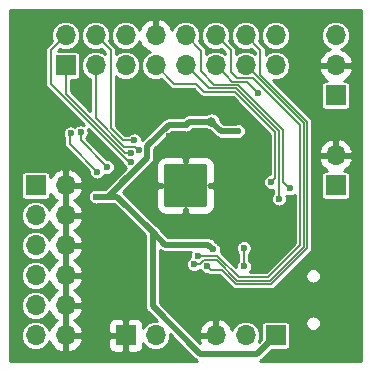
<source format=gbr>
G04 #@! TF.GenerationSoftware,KiCad,Pcbnew,5.1.4+dfsg1-1*
G04 #@! TF.CreationDate,2019-09-03T18:12:51+09:00*
G04 #@! TF.ProjectId,axp192breakout,61787031-3932-4627-9265-616b6f75742e,rev?*
G04 #@! TF.SameCoordinates,Original*
G04 #@! TF.FileFunction,Copper,L2,Bot*
G04 #@! TF.FilePolarity,Positive*
%FSLAX46Y46*%
G04 Gerber Fmt 4.6, Leading zero omitted, Abs format (unit mm)*
G04 Created by KiCad (PCBNEW 5.1.4+dfsg1-1) date 2019-09-03 18:12:51*
%MOMM*%
%LPD*%
G04 APERTURE LIST*
%ADD10O,1.700000X1.700000*%
%ADD11R,1.700000X1.700000*%
%ADD12C,0.100000*%
%ADD13C,3.650000*%
%ADD14C,0.500000*%
%ADD15C,0.600000*%
%ADD16C,0.800000*%
%ADD17C,0.500000*%
%ADD18C,0.160000*%
%ADD19C,0.254000*%
G04 APERTURE END LIST*
D10*
X96520000Y-124460000D03*
X99060000Y-124460000D03*
D11*
X101600000Y-124460000D03*
D10*
X91440000Y-124460000D03*
D11*
X88900000Y-124460000D03*
D10*
X83820000Y-124460000D03*
X81280000Y-124460000D03*
X83820000Y-121920000D03*
X81280000Y-121920000D03*
X83820000Y-119380000D03*
X81280000Y-119380000D03*
X83820000Y-116840000D03*
X81280000Y-116840000D03*
X83820000Y-114300000D03*
X81280000Y-114300000D03*
X83820000Y-111760000D03*
D11*
X81280000Y-111760000D03*
D12*
G36*
X95579505Y-109936204D02*
G01*
X95603773Y-109939804D01*
X95627572Y-109945765D01*
X95650671Y-109954030D01*
X95672850Y-109964520D01*
X95693893Y-109977132D01*
X95713599Y-109991747D01*
X95731777Y-110008223D01*
X95748253Y-110026401D01*
X95762868Y-110046107D01*
X95775480Y-110067150D01*
X95785970Y-110089329D01*
X95794235Y-110112428D01*
X95800196Y-110136227D01*
X95803796Y-110160495D01*
X95805000Y-110184999D01*
X95805000Y-113335001D01*
X95803796Y-113359505D01*
X95800196Y-113383773D01*
X95794235Y-113407572D01*
X95785970Y-113430671D01*
X95775480Y-113452850D01*
X95762868Y-113473893D01*
X95748253Y-113493599D01*
X95731777Y-113511777D01*
X95713599Y-113528253D01*
X95693893Y-113542868D01*
X95672850Y-113555480D01*
X95650671Y-113565970D01*
X95627572Y-113574235D01*
X95603773Y-113580196D01*
X95579505Y-113583796D01*
X95555001Y-113585000D01*
X92404999Y-113585000D01*
X92380495Y-113583796D01*
X92356227Y-113580196D01*
X92332428Y-113574235D01*
X92309329Y-113565970D01*
X92287150Y-113555480D01*
X92266107Y-113542868D01*
X92246401Y-113528253D01*
X92228223Y-113511777D01*
X92211747Y-113493599D01*
X92197132Y-113473893D01*
X92184520Y-113452850D01*
X92174030Y-113430671D01*
X92165765Y-113407572D01*
X92159804Y-113383773D01*
X92156204Y-113359505D01*
X92155000Y-113335001D01*
X92155000Y-110184999D01*
X92156204Y-110160495D01*
X92159804Y-110136227D01*
X92165765Y-110112428D01*
X92174030Y-110089329D01*
X92184520Y-110067150D01*
X92197132Y-110046107D01*
X92211747Y-110026401D01*
X92228223Y-110008223D01*
X92246401Y-109991747D01*
X92266107Y-109977132D01*
X92287150Y-109964520D01*
X92309329Y-109954030D01*
X92332428Y-109945765D01*
X92356227Y-109939804D01*
X92380495Y-109936204D01*
X92404999Y-109935000D01*
X95555001Y-109935000D01*
X95579505Y-109936204D01*
X95579505Y-109936204D01*
G37*
D13*
X93980000Y-111760000D03*
D14*
X95555000Y-113335000D03*
X94505000Y-113335000D03*
X93455000Y-113335000D03*
X92405000Y-113335000D03*
X95555000Y-112285000D03*
X94505000Y-112285000D03*
X93455000Y-112285000D03*
X92405000Y-112285000D03*
X95555000Y-111235000D03*
X94505000Y-111235000D03*
X93455000Y-111235000D03*
X92405000Y-111235000D03*
X95555000Y-110185000D03*
X94505000Y-110185000D03*
X93455000Y-110185000D03*
X92405000Y-110185000D03*
D10*
X101600000Y-99060000D03*
X101600000Y-101600000D03*
X99060000Y-99060000D03*
X99060000Y-101600000D03*
X96520000Y-99060000D03*
X96520000Y-101600000D03*
X93980000Y-99060000D03*
X93980000Y-101600000D03*
X91440000Y-99060000D03*
X91440000Y-101600000D03*
X88900000Y-99060000D03*
X88900000Y-101600000D03*
X86360000Y-99060000D03*
X86360000Y-101600000D03*
X83820000Y-99060000D03*
D11*
X83820000Y-101600000D03*
D10*
X106680000Y-99060000D03*
X106680000Y-101600000D03*
D11*
X106680000Y-104140000D03*
D10*
X106680000Y-109220000D03*
D11*
X106680000Y-111760000D03*
D15*
X92583000Y-107574080D03*
X89799160Y-104546400D03*
X89662000Y-112750600D03*
X92976700Y-115989100D03*
X92684600Y-121348500D03*
X86537800Y-115519200D03*
X88353900Y-119385080D03*
X103936800Y-119354600D03*
X100101400Y-116560600D03*
X96920209Y-116631124D03*
X95580200Y-120497600D03*
X101600000Y-121920000D03*
X99060000Y-121920000D03*
X81280000Y-109220000D03*
X81280000Y-106680000D03*
X81280000Y-104140000D03*
X104140000Y-104140000D03*
X81280000Y-101600000D03*
X81280000Y-99060000D03*
X91440000Y-104140000D03*
X86360000Y-121920000D03*
X106680000Y-114300000D03*
X104140000Y-99060000D03*
X91198700Y-115714780D03*
X94022890Y-106599996D03*
X86410800Y-112699800D03*
X98432277Y-107168223D03*
D16*
X96164400Y-106349800D03*
D15*
X96298772Y-117145667D03*
X90035185Y-108788582D03*
X89355694Y-109763943D03*
X89322885Y-109037672D03*
X95800000Y-118600000D03*
X94685989Y-118434950D03*
X94996000Y-117729000D03*
X89636600Y-107950000D03*
X98907600Y-117043198D03*
X98910510Y-118620912D03*
X100126800Y-103936800D03*
X86487000Y-110591600D03*
X84251800Y-107340400D03*
X85090000Y-107264200D03*
X87350600Y-110210600D03*
X102793800Y-112014002D03*
X101879400Y-112877598D03*
X101219000Y-111480600D03*
D17*
X95199200Y-126009400D02*
X100050600Y-126009400D01*
X100050600Y-126009400D02*
X101600000Y-124460000D01*
X91186000Y-121996200D02*
X95199200Y-126009400D01*
X91198700Y-115714780D02*
X91186000Y-115727480D01*
X91186000Y-115727480D02*
X91186000Y-121996200D01*
X90712186Y-109409413D02*
X88547256Y-111574343D01*
X95916905Y-116763800D02*
X95998773Y-116845668D01*
X95998773Y-116845668D02*
X96298772Y-117145667D01*
X92247720Y-116763800D02*
X95916905Y-116763800D01*
X91198700Y-115714780D02*
X92247720Y-116763800D01*
X96982823Y-107168223D02*
X96164400Y-106349800D01*
X98432277Y-107168223D02*
X96982823Y-107168223D01*
X94273086Y-106349800D02*
X94022890Y-106599996D01*
X96164400Y-106349800D02*
X94273086Y-106349800D01*
X86835064Y-112699800D02*
X86410800Y-112699800D01*
X87421799Y-112699800D02*
X86835064Y-112699800D01*
X90712186Y-109409413D02*
X87421799Y-112699800D01*
X90712186Y-108442932D02*
X90712186Y-109409413D01*
X92555122Y-106599996D02*
X90712186Y-108442932D01*
X94022890Y-106599996D02*
X92555122Y-106599996D01*
X88183720Y-112699800D02*
X91198700Y-115714780D01*
X86410800Y-112699800D02*
X88183720Y-112699800D01*
D18*
X89735186Y-108488583D02*
X88778183Y-108488583D01*
X90035185Y-108788582D02*
X89735186Y-108488583D01*
X86360000Y-106070400D02*
X86360000Y-101600000D01*
X88778183Y-108488583D02*
X86360000Y-106070400D01*
X82550000Y-100330000D02*
X83820000Y-99060000D01*
X82550000Y-103157341D02*
X82550000Y-100330000D01*
X89355694Y-109763943D02*
X89156602Y-109763943D01*
X89156602Y-109763943D02*
X82550000Y-103157341D01*
X83820000Y-103988105D02*
X83820000Y-101600000D01*
X88869567Y-109037672D02*
X83820000Y-103988105D01*
X89322885Y-109037672D02*
X88869567Y-109037672D01*
X100304600Y-100304600D02*
X99060000Y-99060000D01*
X104256822Y-117077766D02*
X104256822Y-106365022D01*
X104256822Y-106365022D02*
X100304600Y-102412800D01*
X101228166Y-120106422D02*
X104256822Y-117077766D01*
X100304600Y-102412800D02*
X100304600Y-100304600D01*
X97030599Y-118899999D02*
X98237022Y-120106422D01*
X98237022Y-120106422D02*
X101228166Y-120106422D01*
X96099999Y-118899999D02*
X97030599Y-118899999D01*
X95800000Y-118600000D02*
X96099999Y-118899999D01*
X98355905Y-119819411D02*
X101109283Y-119819411D01*
X103969811Y-116958883D02*
X103969811Y-106509811D01*
X101109283Y-119819411D02*
X103969811Y-116958883D01*
X103969811Y-106509811D02*
X99060000Y-101600000D01*
X94685989Y-118434950D02*
X95214688Y-118434950D01*
X95556639Y-118092999D02*
X96629493Y-118092999D01*
X95214688Y-118434950D02*
X95556639Y-118092999D01*
X96629493Y-118092999D02*
X98355905Y-119819411D01*
X99715356Y-102687156D02*
X98343756Y-102687156D01*
X98474788Y-119532400D02*
X100990400Y-119532400D01*
X100990400Y-119532400D02*
X103682800Y-116840000D01*
X98343756Y-102687156D02*
X97790000Y-102133400D01*
X103682800Y-106654600D02*
X99715356Y-102687156D01*
X103682800Y-116840000D02*
X103682800Y-106654600D01*
X97369999Y-99909999D02*
X96520000Y-99060000D01*
X96671388Y-117729000D02*
X98474788Y-119532400D01*
X97790000Y-102133400D02*
X97790000Y-100330000D01*
X94996000Y-117729000D02*
X96671388Y-117729000D01*
X97790000Y-100330000D02*
X97369999Y-99909999D01*
X87630000Y-100330000D02*
X86360000Y-99060000D01*
X87630000Y-106934508D02*
X87630000Y-100330000D01*
X88645492Y-107950000D02*
X87630000Y-106934508D01*
X89636600Y-107950000D02*
X88645492Y-107950000D01*
X98907600Y-117043198D02*
X98907600Y-118618002D01*
X98907600Y-118618002D02*
X98910510Y-118620912D01*
X97894167Y-102974167D02*
X97369999Y-102449999D01*
X99164167Y-102974167D02*
X97894167Y-102974167D01*
X100126800Y-103936800D02*
X99164167Y-102974167D01*
X97369999Y-102449999D02*
X96520000Y-101600000D01*
X86487000Y-110591600D02*
X84175600Y-108280200D01*
X84175600Y-108280200D02*
X84175600Y-107416600D01*
X84175600Y-107416600D02*
X84251800Y-107340400D01*
X87350600Y-110210600D02*
X85090000Y-107950000D01*
X85090000Y-107950000D02*
X85090000Y-107264200D01*
X102209600Y-107062014D02*
X102209600Y-111429802D01*
X98408766Y-103261178D02*
X102209600Y-107062014D01*
X102493801Y-111714003D02*
X102793800Y-112014002D01*
X96428578Y-103261178D02*
X98408766Y-103261178D01*
X95275400Y-100355400D02*
X95275400Y-102108000D01*
X95275400Y-102108000D02*
X96428578Y-103261178D01*
X93980000Y-99060000D02*
X95275400Y-100355400D01*
X102209600Y-111429802D02*
X102493801Y-111714003D01*
X101879400Y-112453334D02*
X101879400Y-112877598D01*
X95928189Y-103548189D02*
X98289883Y-103548189D01*
X98289883Y-103548189D02*
X101879400Y-107137706D01*
X93980000Y-101600000D02*
X95928189Y-103548189D01*
X101879400Y-107137706D02*
X101879400Y-112453334D01*
X95554800Y-103835200D02*
X94894400Y-103174800D01*
X98171000Y-103835200D02*
X95554800Y-103835200D01*
X101219000Y-111480600D02*
X101592390Y-111107210D01*
X93014800Y-103174800D02*
X91440000Y-101600000D01*
X94894400Y-103174800D02*
X93014800Y-103174800D01*
X101592390Y-107256590D02*
X98171000Y-103835200D01*
X101592390Y-111107210D02*
X101592390Y-107256590D01*
D19*
G36*
X108814001Y-126594000D02*
G01*
X100295466Y-126594000D01*
X100402861Y-126536596D01*
X100498943Y-126457743D01*
X100518705Y-126433663D01*
X101259525Y-125692843D01*
X102450000Y-125692843D01*
X102524689Y-125685487D01*
X102596508Y-125663701D01*
X102662696Y-125628322D01*
X102720711Y-125580711D01*
X102768322Y-125522696D01*
X102803701Y-125456508D01*
X102825487Y-125384689D01*
X102832843Y-125310000D01*
X102832843Y-123610000D01*
X102825487Y-123535311D01*
X102803701Y-123463492D01*
X102768322Y-123397304D01*
X102727360Y-123347390D01*
X104128000Y-123347390D01*
X104128000Y-123476610D01*
X104153210Y-123603348D01*
X104202660Y-123722732D01*
X104274452Y-123830176D01*
X104365824Y-123921548D01*
X104473268Y-123993340D01*
X104592652Y-124042790D01*
X104719390Y-124068000D01*
X104848610Y-124068000D01*
X104975348Y-124042790D01*
X105094732Y-123993340D01*
X105202176Y-123921548D01*
X105293548Y-123830176D01*
X105365340Y-123722732D01*
X105414790Y-123603348D01*
X105440000Y-123476610D01*
X105440000Y-123347390D01*
X105414790Y-123220652D01*
X105365340Y-123101268D01*
X105293548Y-122993824D01*
X105202176Y-122902452D01*
X105094732Y-122830660D01*
X104975348Y-122781210D01*
X104848610Y-122756000D01*
X104719390Y-122756000D01*
X104592652Y-122781210D01*
X104473268Y-122830660D01*
X104365824Y-122902452D01*
X104274452Y-122993824D01*
X104202660Y-123101268D01*
X104153210Y-123220652D01*
X104128000Y-123347390D01*
X102727360Y-123347390D01*
X102720711Y-123339289D01*
X102662696Y-123291678D01*
X102596508Y-123256299D01*
X102524689Y-123234513D01*
X102450000Y-123227157D01*
X100750000Y-123227157D01*
X100675311Y-123234513D01*
X100603492Y-123256299D01*
X100537304Y-123291678D01*
X100479289Y-123339289D01*
X100431678Y-123397304D01*
X100396299Y-123463492D01*
X100374513Y-123535311D01*
X100367157Y-123610000D01*
X100367157Y-124800475D01*
X100166660Y-125000972D01*
X100202798Y-124933363D01*
X100273188Y-124701318D01*
X100296956Y-124460000D01*
X100273188Y-124218682D01*
X100202798Y-123986637D01*
X100088491Y-123772784D01*
X99934660Y-123585340D01*
X99747216Y-123431509D01*
X99533363Y-123317202D01*
X99301318Y-123246812D01*
X99120472Y-123229000D01*
X98999528Y-123229000D01*
X98818682Y-123246812D01*
X98586637Y-123317202D01*
X98372784Y-123431509D01*
X98185340Y-123585340D01*
X98031509Y-123772784D01*
X97918983Y-123983305D01*
X97864157Y-123828748D01*
X97715178Y-123578645D01*
X97520269Y-123362412D01*
X97286920Y-123188359D01*
X97024099Y-123063175D01*
X96876890Y-123018524D01*
X96647000Y-123139845D01*
X96647000Y-124333000D01*
X96667000Y-124333000D01*
X96667000Y-124587000D01*
X96647000Y-124587000D01*
X96647000Y-124607000D01*
X96393000Y-124607000D01*
X96393000Y-124587000D01*
X95199186Y-124587000D01*
X95078519Y-124816891D01*
X95175843Y-125091252D01*
X95179411Y-125097242D01*
X94185278Y-124103109D01*
X95078519Y-124103109D01*
X95199186Y-124333000D01*
X96393000Y-124333000D01*
X96393000Y-123139845D01*
X96163110Y-123018524D01*
X96015901Y-123063175D01*
X95753080Y-123188359D01*
X95519731Y-123362412D01*
X95324822Y-123578645D01*
X95175843Y-123828748D01*
X95078519Y-124103109D01*
X94185278Y-124103109D01*
X91817000Y-121734832D01*
X91817000Y-117226606D01*
X91823452Y-117231901D01*
X91823454Y-117231903D01*
X91869794Y-117269933D01*
X91895459Y-117290996D01*
X92005078Y-117349589D01*
X92124022Y-117385670D01*
X92216722Y-117394800D01*
X92216731Y-117394800D01*
X92247719Y-117397852D01*
X92278707Y-117394800D01*
X94400274Y-117394800D01*
X94392506Y-117406426D01*
X94341171Y-117530360D01*
X94315000Y-117661927D01*
X94315000Y-117796073D01*
X94326893Y-117855859D01*
X94251877Y-117905983D01*
X94157022Y-118000838D01*
X94082495Y-118112376D01*
X94031160Y-118236310D01*
X94004989Y-118367877D01*
X94004989Y-118502023D01*
X94031160Y-118633590D01*
X94082495Y-118757524D01*
X94157022Y-118869062D01*
X94251877Y-118963917D01*
X94363415Y-119038444D01*
X94487349Y-119089779D01*
X94618916Y-119115950D01*
X94753062Y-119115950D01*
X94884629Y-119089779D01*
X95008563Y-119038444D01*
X95120101Y-118963917D01*
X95186237Y-118897781D01*
X95196506Y-118922574D01*
X95271033Y-119034112D01*
X95365888Y-119128967D01*
X95477426Y-119203494D01*
X95601360Y-119254829D01*
X95732927Y-119281000D01*
X95837572Y-119281000D01*
X95842642Y-119285161D01*
X95922729Y-119327968D01*
X96009627Y-119354328D01*
X96099999Y-119363229D01*
X96122640Y-119360999D01*
X96839648Y-119360999D01*
X97895033Y-120416385D01*
X97909469Y-120433975D01*
X97979665Y-120491584D01*
X98059752Y-120534391D01*
X98146650Y-120560751D01*
X98237022Y-120569652D01*
X98259663Y-120567422D01*
X101205533Y-120567422D01*
X101228166Y-120569651D01*
X101250799Y-120567422D01*
X101250807Y-120567422D01*
X101318538Y-120560751D01*
X101405436Y-120534391D01*
X101485523Y-120491584D01*
X101555719Y-120433975D01*
X101570159Y-120416380D01*
X102639149Y-119347390D01*
X104128000Y-119347390D01*
X104128000Y-119476610D01*
X104153210Y-119603348D01*
X104202660Y-119722732D01*
X104274452Y-119830176D01*
X104365824Y-119921548D01*
X104473268Y-119993340D01*
X104592652Y-120042790D01*
X104719390Y-120068000D01*
X104848610Y-120068000D01*
X104975348Y-120042790D01*
X105094732Y-119993340D01*
X105202176Y-119921548D01*
X105293548Y-119830176D01*
X105365340Y-119722732D01*
X105414790Y-119603348D01*
X105440000Y-119476610D01*
X105440000Y-119347390D01*
X105414790Y-119220652D01*
X105365340Y-119101268D01*
X105293548Y-118993824D01*
X105202176Y-118902452D01*
X105094732Y-118830660D01*
X104975348Y-118781210D01*
X104848610Y-118756000D01*
X104719390Y-118756000D01*
X104592652Y-118781210D01*
X104473268Y-118830660D01*
X104365824Y-118902452D01*
X104274452Y-118993824D01*
X104202660Y-119101268D01*
X104153210Y-119220652D01*
X104128000Y-119347390D01*
X102639149Y-119347390D01*
X104566787Y-117419753D01*
X104584375Y-117405319D01*
X104641984Y-117335123D01*
X104684791Y-117255036D01*
X104711151Y-117168138D01*
X104717822Y-117100407D01*
X104717822Y-117100401D01*
X104720051Y-117077767D01*
X104717822Y-117055133D01*
X104717822Y-109576891D01*
X105238519Y-109576891D01*
X105335843Y-109851252D01*
X105484822Y-110101355D01*
X105679731Y-110317588D01*
X105913080Y-110491641D01*
X105987645Y-110527157D01*
X105830000Y-110527157D01*
X105755311Y-110534513D01*
X105683492Y-110556299D01*
X105617304Y-110591678D01*
X105559289Y-110639289D01*
X105511678Y-110697304D01*
X105476299Y-110763492D01*
X105454513Y-110835311D01*
X105447157Y-110910000D01*
X105447157Y-112610000D01*
X105454513Y-112684689D01*
X105476299Y-112756508D01*
X105511678Y-112822696D01*
X105559289Y-112880711D01*
X105617304Y-112928322D01*
X105683492Y-112963701D01*
X105755311Y-112985487D01*
X105830000Y-112992843D01*
X107530000Y-112992843D01*
X107604689Y-112985487D01*
X107676508Y-112963701D01*
X107742696Y-112928322D01*
X107800711Y-112880711D01*
X107848322Y-112822696D01*
X107883701Y-112756508D01*
X107905487Y-112684689D01*
X107912843Y-112610000D01*
X107912843Y-110910000D01*
X107905487Y-110835311D01*
X107883701Y-110763492D01*
X107848322Y-110697304D01*
X107800711Y-110639289D01*
X107742696Y-110591678D01*
X107676508Y-110556299D01*
X107604689Y-110534513D01*
X107530000Y-110527157D01*
X107372355Y-110527157D01*
X107446920Y-110491641D01*
X107680269Y-110317588D01*
X107875178Y-110101355D01*
X108024157Y-109851252D01*
X108121481Y-109576891D01*
X108000814Y-109347000D01*
X106807000Y-109347000D01*
X106807000Y-109367000D01*
X106553000Y-109367000D01*
X106553000Y-109347000D01*
X105359186Y-109347000D01*
X105238519Y-109576891D01*
X104717822Y-109576891D01*
X104717822Y-108863109D01*
X105238519Y-108863109D01*
X105359186Y-109093000D01*
X106553000Y-109093000D01*
X106553000Y-107899845D01*
X106807000Y-107899845D01*
X106807000Y-109093000D01*
X108000814Y-109093000D01*
X108121481Y-108863109D01*
X108024157Y-108588748D01*
X107875178Y-108338645D01*
X107680269Y-108122412D01*
X107446920Y-107948359D01*
X107184099Y-107823175D01*
X107036890Y-107778524D01*
X106807000Y-107899845D01*
X106553000Y-107899845D01*
X106323110Y-107778524D01*
X106175901Y-107823175D01*
X105913080Y-107948359D01*
X105679731Y-108122412D01*
X105484822Y-108338645D01*
X105335843Y-108588748D01*
X105238519Y-108863109D01*
X104717822Y-108863109D01*
X104717822Y-106387655D01*
X104720051Y-106365022D01*
X104717822Y-106342388D01*
X104717822Y-106342381D01*
X104711151Y-106274650D01*
X104684791Y-106187752D01*
X104641984Y-106107665D01*
X104584375Y-106037469D01*
X104566786Y-106023034D01*
X101356180Y-102812429D01*
X101358682Y-102813188D01*
X101539528Y-102831000D01*
X101660472Y-102831000D01*
X101841318Y-102813188D01*
X102073363Y-102742798D01*
X102287216Y-102628491D01*
X102474660Y-102474660D01*
X102628491Y-102287216D01*
X102742798Y-102073363D01*
X102778129Y-101956890D01*
X105238524Y-101956890D01*
X105283175Y-102104099D01*
X105408359Y-102366920D01*
X105582412Y-102600269D01*
X105798645Y-102795178D01*
X105986633Y-102907157D01*
X105830000Y-102907157D01*
X105755311Y-102914513D01*
X105683492Y-102936299D01*
X105617304Y-102971678D01*
X105559289Y-103019289D01*
X105511678Y-103077304D01*
X105476299Y-103143492D01*
X105454513Y-103215311D01*
X105447157Y-103290000D01*
X105447157Y-104990000D01*
X105454513Y-105064689D01*
X105476299Y-105136508D01*
X105511678Y-105202696D01*
X105559289Y-105260711D01*
X105617304Y-105308322D01*
X105683492Y-105343701D01*
X105755311Y-105365487D01*
X105830000Y-105372843D01*
X107530000Y-105372843D01*
X107604689Y-105365487D01*
X107676508Y-105343701D01*
X107742696Y-105308322D01*
X107800711Y-105260711D01*
X107848322Y-105202696D01*
X107883701Y-105136508D01*
X107905487Y-105064689D01*
X107912843Y-104990000D01*
X107912843Y-103290000D01*
X107905487Y-103215311D01*
X107883701Y-103143492D01*
X107848322Y-103077304D01*
X107800711Y-103019289D01*
X107742696Y-102971678D01*
X107676508Y-102936299D01*
X107604689Y-102914513D01*
X107530000Y-102907157D01*
X107373367Y-102907157D01*
X107561355Y-102795178D01*
X107777588Y-102600269D01*
X107951641Y-102366920D01*
X108076825Y-102104099D01*
X108121476Y-101956890D01*
X108000155Y-101727000D01*
X106807000Y-101727000D01*
X106807000Y-101747000D01*
X106553000Y-101747000D01*
X106553000Y-101727000D01*
X105359845Y-101727000D01*
X105238524Y-101956890D01*
X102778129Y-101956890D01*
X102813188Y-101841318D01*
X102836956Y-101600000D01*
X102813188Y-101358682D01*
X102778130Y-101243110D01*
X105238524Y-101243110D01*
X105359845Y-101473000D01*
X106553000Y-101473000D01*
X106553000Y-101453000D01*
X106807000Y-101453000D01*
X106807000Y-101473000D01*
X108000155Y-101473000D01*
X108121476Y-101243110D01*
X108076825Y-101095901D01*
X107951641Y-100833080D01*
X107777588Y-100599731D01*
X107561355Y-100404822D01*
X107311252Y-100255843D01*
X107156695Y-100201017D01*
X107367216Y-100088491D01*
X107554660Y-99934660D01*
X107708491Y-99747216D01*
X107822798Y-99533363D01*
X107893188Y-99301318D01*
X107916956Y-99060000D01*
X107893188Y-98818682D01*
X107822798Y-98586637D01*
X107708491Y-98372784D01*
X107554660Y-98185340D01*
X107367216Y-98031509D01*
X107153363Y-97917202D01*
X106921318Y-97846812D01*
X106740472Y-97829000D01*
X106619528Y-97829000D01*
X106438682Y-97846812D01*
X106206637Y-97917202D01*
X105992784Y-98031509D01*
X105805340Y-98185340D01*
X105651509Y-98372784D01*
X105537202Y-98586637D01*
X105466812Y-98818682D01*
X105443044Y-99060000D01*
X105466812Y-99301318D01*
X105537202Y-99533363D01*
X105651509Y-99747216D01*
X105805340Y-99934660D01*
X105992784Y-100088491D01*
X106203305Y-100201017D01*
X106048748Y-100255843D01*
X105798645Y-100404822D01*
X105582412Y-100599731D01*
X105408359Y-100833080D01*
X105283175Y-101095901D01*
X105238524Y-101243110D01*
X102778130Y-101243110D01*
X102742798Y-101126637D01*
X102628491Y-100912784D01*
X102474660Y-100725340D01*
X102287216Y-100571509D01*
X102073363Y-100457202D01*
X101841318Y-100386812D01*
X101660472Y-100369000D01*
X101539528Y-100369000D01*
X101358682Y-100386812D01*
X101126637Y-100457202D01*
X100912784Y-100571509D01*
X100765600Y-100692300D01*
X100765600Y-100327233D01*
X100767829Y-100304599D01*
X100765600Y-100281966D01*
X100765600Y-100281959D01*
X100758929Y-100214228D01*
X100732569Y-100127330D01*
X100689762Y-100047243D01*
X100632153Y-99977047D01*
X100614563Y-99962611D01*
X100196708Y-99544756D01*
X100202798Y-99533363D01*
X100273188Y-99301318D01*
X100296956Y-99060000D01*
X100363044Y-99060000D01*
X100386812Y-99301318D01*
X100457202Y-99533363D01*
X100571509Y-99747216D01*
X100725340Y-99934660D01*
X100912784Y-100088491D01*
X101126637Y-100202798D01*
X101358682Y-100273188D01*
X101539528Y-100291000D01*
X101660472Y-100291000D01*
X101841318Y-100273188D01*
X102073363Y-100202798D01*
X102287216Y-100088491D01*
X102474660Y-99934660D01*
X102628491Y-99747216D01*
X102742798Y-99533363D01*
X102813188Y-99301318D01*
X102836956Y-99060000D01*
X102813188Y-98818682D01*
X102742798Y-98586637D01*
X102628491Y-98372784D01*
X102474660Y-98185340D01*
X102287216Y-98031509D01*
X102073363Y-97917202D01*
X101841318Y-97846812D01*
X101660472Y-97829000D01*
X101539528Y-97829000D01*
X101358682Y-97846812D01*
X101126637Y-97917202D01*
X100912784Y-98031509D01*
X100725340Y-98185340D01*
X100571509Y-98372784D01*
X100457202Y-98586637D01*
X100386812Y-98818682D01*
X100363044Y-99060000D01*
X100296956Y-99060000D01*
X100273188Y-98818682D01*
X100202798Y-98586637D01*
X100088491Y-98372784D01*
X99934660Y-98185340D01*
X99747216Y-98031509D01*
X99533363Y-97917202D01*
X99301318Y-97846812D01*
X99120472Y-97829000D01*
X98999528Y-97829000D01*
X98818682Y-97846812D01*
X98586637Y-97917202D01*
X98372784Y-98031509D01*
X98185340Y-98185340D01*
X98031509Y-98372784D01*
X97917202Y-98586637D01*
X97846812Y-98818682D01*
X97823044Y-99060000D01*
X97846812Y-99301318D01*
X97917202Y-99533363D01*
X98031509Y-99747216D01*
X98185340Y-99934660D01*
X98372784Y-100088491D01*
X98586637Y-100202798D01*
X98818682Y-100273188D01*
X98999528Y-100291000D01*
X99120472Y-100291000D01*
X99301318Y-100273188D01*
X99533363Y-100202798D01*
X99544756Y-100196708D01*
X99843601Y-100495553D01*
X99843601Y-100650610D01*
X99747216Y-100571509D01*
X99533363Y-100457202D01*
X99301318Y-100386812D01*
X99120472Y-100369000D01*
X98999528Y-100369000D01*
X98818682Y-100386812D01*
X98586637Y-100457202D01*
X98372784Y-100571509D01*
X98251000Y-100671454D01*
X98251000Y-100352633D01*
X98253229Y-100329999D01*
X98251000Y-100307366D01*
X98251000Y-100307359D01*
X98244329Y-100239628D01*
X98217969Y-100152730D01*
X98175162Y-100072643D01*
X98117553Y-100002447D01*
X98099963Y-99988011D01*
X97711988Y-99600037D01*
X97711984Y-99600032D01*
X97656708Y-99544756D01*
X97662798Y-99533363D01*
X97733188Y-99301318D01*
X97756956Y-99060000D01*
X97733188Y-98818682D01*
X97662798Y-98586637D01*
X97548491Y-98372784D01*
X97394660Y-98185340D01*
X97207216Y-98031509D01*
X96993363Y-97917202D01*
X96761318Y-97846812D01*
X96580472Y-97829000D01*
X96459528Y-97829000D01*
X96278682Y-97846812D01*
X96046637Y-97917202D01*
X95832784Y-98031509D01*
X95645340Y-98185340D01*
X95491509Y-98372784D01*
X95377202Y-98586637D01*
X95306812Y-98818682D01*
X95283044Y-99060000D01*
X95306812Y-99301318D01*
X95377202Y-99533363D01*
X95491509Y-99747216D01*
X95645340Y-99934660D01*
X95832784Y-100088491D01*
X96046637Y-100202798D01*
X96278682Y-100273188D01*
X96459528Y-100291000D01*
X96580472Y-100291000D01*
X96761318Y-100273188D01*
X96993363Y-100202798D01*
X97004756Y-100196708D01*
X97060032Y-100251984D01*
X97060037Y-100251988D01*
X97329001Y-100520953D01*
X97329001Y-100671455D01*
X97207216Y-100571509D01*
X96993363Y-100457202D01*
X96761318Y-100386812D01*
X96580472Y-100369000D01*
X96459528Y-100369000D01*
X96278682Y-100386812D01*
X96046637Y-100457202D01*
X95832784Y-100571509D01*
X95736400Y-100650609D01*
X95736400Y-100378033D01*
X95738629Y-100355399D01*
X95736400Y-100332766D01*
X95736400Y-100332759D01*
X95729729Y-100265028D01*
X95703369Y-100178130D01*
X95660562Y-100098043D01*
X95602953Y-100027847D01*
X95585365Y-100013413D01*
X95116708Y-99544756D01*
X95122798Y-99533363D01*
X95193188Y-99301318D01*
X95216956Y-99060000D01*
X95193188Y-98818682D01*
X95122798Y-98586637D01*
X95008491Y-98372784D01*
X94854660Y-98185340D01*
X94667216Y-98031509D01*
X94453363Y-97917202D01*
X94221318Y-97846812D01*
X94040472Y-97829000D01*
X93919528Y-97829000D01*
X93738682Y-97846812D01*
X93506637Y-97917202D01*
X93292784Y-98031509D01*
X93105340Y-98185340D01*
X92951509Y-98372784D01*
X92838983Y-98583305D01*
X92784157Y-98428748D01*
X92635178Y-98178645D01*
X92440269Y-97962412D01*
X92206920Y-97788359D01*
X91944099Y-97663175D01*
X91796890Y-97618524D01*
X91567000Y-97739845D01*
X91567000Y-98933000D01*
X91587000Y-98933000D01*
X91587000Y-99187000D01*
X91567000Y-99187000D01*
X91567000Y-99207000D01*
X91313000Y-99207000D01*
X91313000Y-99187000D01*
X91293000Y-99187000D01*
X91293000Y-98933000D01*
X91313000Y-98933000D01*
X91313000Y-97739845D01*
X91083110Y-97618524D01*
X90935901Y-97663175D01*
X90673080Y-97788359D01*
X90439731Y-97962412D01*
X90244822Y-98178645D01*
X90095843Y-98428748D01*
X90041017Y-98583305D01*
X89928491Y-98372784D01*
X89774660Y-98185340D01*
X89587216Y-98031509D01*
X89373363Y-97917202D01*
X89141318Y-97846812D01*
X88960472Y-97829000D01*
X88839528Y-97829000D01*
X88658682Y-97846812D01*
X88426637Y-97917202D01*
X88212784Y-98031509D01*
X88025340Y-98185340D01*
X87871509Y-98372784D01*
X87757202Y-98586637D01*
X87686812Y-98818682D01*
X87663044Y-99060000D01*
X87686812Y-99301318D01*
X87757202Y-99533363D01*
X87871509Y-99747216D01*
X88025340Y-99934660D01*
X88212784Y-100088491D01*
X88426637Y-100202798D01*
X88658682Y-100273188D01*
X88839528Y-100291000D01*
X88960472Y-100291000D01*
X89141318Y-100273188D01*
X89373363Y-100202798D01*
X89587216Y-100088491D01*
X89774660Y-99934660D01*
X89928491Y-99747216D01*
X90041017Y-99536695D01*
X90095843Y-99691252D01*
X90244822Y-99941355D01*
X90439731Y-100157588D01*
X90673080Y-100331641D01*
X90935901Y-100456825D01*
X90955960Y-100462909D01*
X90752784Y-100571509D01*
X90565340Y-100725340D01*
X90411509Y-100912784D01*
X90297202Y-101126637D01*
X90226812Y-101358682D01*
X90203044Y-101600000D01*
X90226812Y-101841318D01*
X90297202Y-102073363D01*
X90411509Y-102287216D01*
X90565340Y-102474660D01*
X90752784Y-102628491D01*
X90966637Y-102742798D01*
X91198682Y-102813188D01*
X91379528Y-102831000D01*
X91500472Y-102831000D01*
X91681318Y-102813188D01*
X91913363Y-102742798D01*
X91924756Y-102736708D01*
X92672816Y-103484769D01*
X92687247Y-103502353D01*
X92704831Y-103516784D01*
X92704833Y-103516786D01*
X92736169Y-103542503D01*
X92757443Y-103559962D01*
X92837530Y-103602769D01*
X92916859Y-103626833D01*
X92924428Y-103629129D01*
X93014800Y-103638030D01*
X93037441Y-103635800D01*
X94703449Y-103635800D01*
X95212816Y-104145169D01*
X95227247Y-104162753D01*
X95297443Y-104220362D01*
X95377530Y-104263169D01*
X95464428Y-104289529D01*
X95554800Y-104298430D01*
X95577441Y-104296200D01*
X97980049Y-104296200D01*
X101131391Y-107447543D01*
X101131390Y-110803685D01*
X101020360Y-110825771D01*
X100896426Y-110877106D01*
X100784888Y-110951633D01*
X100690033Y-111046488D01*
X100615506Y-111158026D01*
X100564171Y-111281960D01*
X100538000Y-111413527D01*
X100538000Y-111547673D01*
X100564171Y-111679240D01*
X100615506Y-111803174D01*
X100690033Y-111914712D01*
X100784888Y-112009567D01*
X100896426Y-112084094D01*
X101020360Y-112135429D01*
X101151927Y-112161600D01*
X101286073Y-112161600D01*
X101417640Y-112135429D01*
X101418401Y-112135114D01*
X101418401Y-112375518D01*
X101350433Y-112443486D01*
X101275906Y-112555024D01*
X101224571Y-112678958D01*
X101198400Y-112810525D01*
X101198400Y-112944671D01*
X101224571Y-113076238D01*
X101275906Y-113200172D01*
X101350433Y-113311710D01*
X101445288Y-113406565D01*
X101556826Y-113481092D01*
X101680760Y-113532427D01*
X101812327Y-113558598D01*
X101946473Y-113558598D01*
X102078040Y-113532427D01*
X102201974Y-113481092D01*
X102313512Y-113406565D01*
X102408367Y-113311710D01*
X102482894Y-113200172D01*
X102534229Y-113076238D01*
X102560400Y-112944671D01*
X102560400Y-112810525D01*
X102534229Y-112678958D01*
X102516546Y-112636268D01*
X102595160Y-112668831D01*
X102726727Y-112695002D01*
X102860873Y-112695002D01*
X102992440Y-112668831D01*
X103116374Y-112617496D01*
X103221800Y-112547053D01*
X103221800Y-116649047D01*
X100799449Y-119071400D01*
X99423101Y-119071400D01*
X99439477Y-119055024D01*
X99514004Y-118943486D01*
X99565339Y-118819552D01*
X99591510Y-118687985D01*
X99591510Y-118553839D01*
X99565339Y-118422272D01*
X99514004Y-118298338D01*
X99439477Y-118186800D01*
X99368600Y-118115923D01*
X99368600Y-117545277D01*
X99436567Y-117477310D01*
X99511094Y-117365772D01*
X99562429Y-117241838D01*
X99588600Y-117110271D01*
X99588600Y-116976125D01*
X99562429Y-116844558D01*
X99511094Y-116720624D01*
X99436567Y-116609086D01*
X99341712Y-116514231D01*
X99230174Y-116439704D01*
X99106240Y-116388369D01*
X98974673Y-116362198D01*
X98840527Y-116362198D01*
X98708960Y-116388369D01*
X98585026Y-116439704D01*
X98473488Y-116514231D01*
X98378633Y-116609086D01*
X98304106Y-116720624D01*
X98252771Y-116844558D01*
X98226600Y-116976125D01*
X98226600Y-117110271D01*
X98252771Y-117241838D01*
X98304106Y-117365772D01*
X98378633Y-117477310D01*
X98446600Y-117545277D01*
X98446601Y-118121742D01*
X98381543Y-118186800D01*
X98307016Y-118298338D01*
X98255681Y-118422272D01*
X98229510Y-118553839D01*
X98229510Y-118635170D01*
X97013381Y-117419042D01*
X96998941Y-117401447D01*
X96947440Y-117359181D01*
X96953601Y-117344307D01*
X96979772Y-117212740D01*
X96979772Y-117078594D01*
X96953601Y-116947027D01*
X96902266Y-116823093D01*
X96827739Y-116711555D01*
X96732884Y-116616700D01*
X96621346Y-116542173D01*
X96563817Y-116518344D01*
X96385010Y-116339537D01*
X96365248Y-116315457D01*
X96269166Y-116236604D01*
X96159547Y-116178011D01*
X96040603Y-116141930D01*
X95947903Y-116132800D01*
X95947895Y-116132800D01*
X95916905Y-116129748D01*
X95885915Y-116132800D01*
X92509089Y-116132800D01*
X91826023Y-115449735D01*
X91802194Y-115392206D01*
X91727667Y-115280668D01*
X91632812Y-115185813D01*
X91521274Y-115111286D01*
X91463746Y-115087457D01*
X88695128Y-112318840D01*
X91078968Y-109935000D01*
X91516928Y-109935000D01*
X91520000Y-111474250D01*
X91564489Y-111518739D01*
X91620173Y-111653174D01*
X91808836Y-111657216D01*
X91833052Y-111633000D01*
X91983980Y-111633000D01*
X91982784Y-111688836D01*
X92053948Y-111760000D01*
X91982784Y-111831164D01*
X91983980Y-111887000D01*
X91833052Y-111887000D01*
X91808836Y-111862784D01*
X91620173Y-111866826D01*
X91564841Y-112000909D01*
X91520000Y-112045750D01*
X91516928Y-113585000D01*
X91529188Y-113709482D01*
X91565498Y-113829180D01*
X91624463Y-113939494D01*
X91703815Y-114036185D01*
X91800506Y-114115537D01*
X91910820Y-114174502D01*
X92030518Y-114210812D01*
X92155000Y-114223072D01*
X93694250Y-114220000D01*
X93738739Y-114175511D01*
X93873174Y-114119827D01*
X93877216Y-113931164D01*
X93853000Y-113906948D01*
X93853000Y-113756020D01*
X93908836Y-113757216D01*
X93980000Y-113686052D01*
X94051164Y-113757216D01*
X94107000Y-113756020D01*
X94107000Y-113906948D01*
X94082784Y-113931164D01*
X94086826Y-114119827D01*
X94220909Y-114175159D01*
X94265750Y-114220000D01*
X95805000Y-114223072D01*
X95929482Y-114210812D01*
X96049180Y-114174502D01*
X96159494Y-114115537D01*
X96256185Y-114036185D01*
X96335537Y-113939494D01*
X96394502Y-113829180D01*
X96430812Y-113709482D01*
X96443072Y-113585000D01*
X96440000Y-112045750D01*
X96395511Y-112001261D01*
X96339827Y-111866826D01*
X96151164Y-111862784D01*
X96126948Y-111887000D01*
X95976020Y-111887000D01*
X95977216Y-111831164D01*
X95906052Y-111760000D01*
X95977216Y-111688836D01*
X95976020Y-111633000D01*
X96126948Y-111633000D01*
X96151164Y-111657216D01*
X96339827Y-111653174D01*
X96395159Y-111519091D01*
X96440000Y-111474250D01*
X96443072Y-109935000D01*
X96430812Y-109810518D01*
X96394502Y-109690820D01*
X96335537Y-109580506D01*
X96256185Y-109483815D01*
X96159494Y-109404463D01*
X96049180Y-109345498D01*
X95929482Y-109309188D01*
X95805000Y-109296928D01*
X94265750Y-109300000D01*
X94221261Y-109344489D01*
X94086826Y-109400173D01*
X94082784Y-109588836D01*
X94107000Y-109613052D01*
X94107000Y-109763980D01*
X94051164Y-109762784D01*
X93980000Y-109833948D01*
X93908836Y-109762784D01*
X93853000Y-109763980D01*
X93853000Y-109613052D01*
X93877216Y-109588836D01*
X93873174Y-109400173D01*
X93739091Y-109344841D01*
X93694250Y-109300000D01*
X92155000Y-109296928D01*
X92030518Y-109309188D01*
X91910820Y-109345498D01*
X91800506Y-109404463D01*
X91703815Y-109483815D01*
X91624463Y-109580506D01*
X91565498Y-109690820D01*
X91529188Y-109810518D01*
X91516928Y-109935000D01*
X91078968Y-109935000D01*
X91136454Y-109877514D01*
X91160529Y-109857756D01*
X91199297Y-109810518D01*
X91239382Y-109761674D01*
X91297975Y-109652055D01*
X91334056Y-109533111D01*
X91340096Y-109471784D01*
X91343186Y-109440411D01*
X91343186Y-109440404D01*
X91346238Y-109409413D01*
X91343186Y-109378423D01*
X91343186Y-108704300D01*
X92816491Y-107230996D01*
X93766722Y-107230996D01*
X93824250Y-107254825D01*
X93955817Y-107280996D01*
X94089963Y-107280996D01*
X94221530Y-107254825D01*
X94345464Y-107203490D01*
X94457002Y-107128963D01*
X94551857Y-107034108D01*
X94587476Y-106980800D01*
X95702995Y-106980800D01*
X95794458Y-107041913D01*
X95936591Y-107100787D01*
X96044479Y-107122247D01*
X96514722Y-107592491D01*
X96534480Y-107616566D01*
X96558555Y-107636324D01*
X96558557Y-107636326D01*
X96575665Y-107650366D01*
X96630562Y-107695419D01*
X96740181Y-107754012D01*
X96859125Y-107790093D01*
X96951825Y-107799223D01*
X96951832Y-107799223D01*
X96982823Y-107802275D01*
X97013813Y-107799223D01*
X98176109Y-107799223D01*
X98233637Y-107823052D01*
X98365204Y-107849223D01*
X98499350Y-107849223D01*
X98630917Y-107823052D01*
X98754851Y-107771717D01*
X98866389Y-107697190D01*
X98961244Y-107602335D01*
X99035771Y-107490797D01*
X99087106Y-107366863D01*
X99113277Y-107235296D01*
X99113277Y-107101150D01*
X99087106Y-106969583D01*
X99035771Y-106845649D01*
X98961244Y-106734111D01*
X98866389Y-106639256D01*
X98754851Y-106564729D01*
X98630917Y-106513394D01*
X98499350Y-106487223D01*
X98365204Y-106487223D01*
X98233637Y-106513394D01*
X98176109Y-106537223D01*
X97244192Y-106537223D01*
X96936847Y-106229879D01*
X96915387Y-106121991D01*
X96856513Y-105979858D01*
X96771042Y-105851941D01*
X96662259Y-105743158D01*
X96534342Y-105657687D01*
X96392209Y-105598813D01*
X96241322Y-105568800D01*
X96087478Y-105568800D01*
X95936591Y-105598813D01*
X95794458Y-105657687D01*
X95702995Y-105718800D01*
X94304084Y-105718800D01*
X94273086Y-105715747D01*
X94242088Y-105718800D01*
X94149388Y-105727930D01*
X94030444Y-105764011D01*
X93920825Y-105822604D01*
X93824743Y-105901457D01*
X93804981Y-105925537D01*
X93761522Y-105968996D01*
X92586109Y-105968996D01*
X92555121Y-105965944D01*
X92524133Y-105968996D01*
X92524124Y-105968996D01*
X92431424Y-105978126D01*
X92312480Y-106014207D01*
X92202861Y-106072800D01*
X92160995Y-106107159D01*
X92106779Y-106151653D01*
X92087021Y-106175728D01*
X90317600Y-107945150D01*
X90317600Y-107882927D01*
X90291429Y-107751360D01*
X90240094Y-107627426D01*
X90165567Y-107515888D01*
X90070712Y-107421033D01*
X89959174Y-107346506D01*
X89835240Y-107295171D01*
X89703673Y-107269000D01*
X89569527Y-107269000D01*
X89437960Y-107295171D01*
X89314026Y-107346506D01*
X89202488Y-107421033D01*
X89134521Y-107489000D01*
X88836445Y-107489000D01*
X88091000Y-106743557D01*
X88091000Y-102528546D01*
X88212784Y-102628491D01*
X88426637Y-102742798D01*
X88658682Y-102813188D01*
X88839528Y-102831000D01*
X88960472Y-102831000D01*
X89141318Y-102813188D01*
X89373363Y-102742798D01*
X89587216Y-102628491D01*
X89774660Y-102474660D01*
X89928491Y-102287216D01*
X90042798Y-102073363D01*
X90113188Y-101841318D01*
X90136956Y-101600000D01*
X90113188Y-101358682D01*
X90042798Y-101126637D01*
X89928491Y-100912784D01*
X89774660Y-100725340D01*
X89587216Y-100571509D01*
X89373363Y-100457202D01*
X89141318Y-100386812D01*
X88960472Y-100369000D01*
X88839528Y-100369000D01*
X88658682Y-100386812D01*
X88426637Y-100457202D01*
X88212784Y-100571509D01*
X88091000Y-100671454D01*
X88091000Y-100352633D01*
X88093229Y-100329999D01*
X88091000Y-100307366D01*
X88091000Y-100307359D01*
X88084329Y-100239628D01*
X88057969Y-100152730D01*
X88015162Y-100072643D01*
X87957553Y-100002447D01*
X87939963Y-99988011D01*
X87496708Y-99544756D01*
X87502798Y-99533363D01*
X87573188Y-99301318D01*
X87596956Y-99060000D01*
X87573188Y-98818682D01*
X87502798Y-98586637D01*
X87388491Y-98372784D01*
X87234660Y-98185340D01*
X87047216Y-98031509D01*
X86833363Y-97917202D01*
X86601318Y-97846812D01*
X86420472Y-97829000D01*
X86299528Y-97829000D01*
X86118682Y-97846812D01*
X85886637Y-97917202D01*
X85672784Y-98031509D01*
X85485340Y-98185340D01*
X85331509Y-98372784D01*
X85217202Y-98586637D01*
X85146812Y-98818682D01*
X85123044Y-99060000D01*
X85146812Y-99301318D01*
X85217202Y-99533363D01*
X85331509Y-99747216D01*
X85485340Y-99934660D01*
X85672784Y-100088491D01*
X85886637Y-100202798D01*
X86118682Y-100273188D01*
X86299528Y-100291000D01*
X86420472Y-100291000D01*
X86601318Y-100273188D01*
X86833363Y-100202798D01*
X86844756Y-100196708D01*
X87169001Y-100520953D01*
X87169001Y-100671455D01*
X87047216Y-100571509D01*
X86833363Y-100457202D01*
X86601318Y-100386812D01*
X86420472Y-100369000D01*
X86299528Y-100369000D01*
X86118682Y-100386812D01*
X85886637Y-100457202D01*
X85672784Y-100571509D01*
X85485340Y-100725340D01*
X85331509Y-100912784D01*
X85217202Y-101126637D01*
X85146812Y-101358682D01*
X85123044Y-101600000D01*
X85146812Y-101841318D01*
X85217202Y-102073363D01*
X85331509Y-102287216D01*
X85485340Y-102474660D01*
X85672784Y-102628491D01*
X85886637Y-102742798D01*
X85899001Y-102746548D01*
X85899000Y-105415154D01*
X84281000Y-103797154D01*
X84281000Y-102832843D01*
X84670000Y-102832843D01*
X84744689Y-102825487D01*
X84816508Y-102803701D01*
X84882696Y-102768322D01*
X84940711Y-102720711D01*
X84988322Y-102662696D01*
X85023701Y-102596508D01*
X85045487Y-102524689D01*
X85052843Y-102450000D01*
X85052843Y-100750000D01*
X85045487Y-100675311D01*
X85023701Y-100603492D01*
X84988322Y-100537304D01*
X84940711Y-100479289D01*
X84882696Y-100431678D01*
X84816508Y-100396299D01*
X84744689Y-100374513D01*
X84670000Y-100367157D01*
X83164794Y-100367157D01*
X83335243Y-100196708D01*
X83346637Y-100202798D01*
X83578682Y-100273188D01*
X83759528Y-100291000D01*
X83880472Y-100291000D01*
X84061318Y-100273188D01*
X84293363Y-100202798D01*
X84507216Y-100088491D01*
X84694660Y-99934660D01*
X84848491Y-99747216D01*
X84962798Y-99533363D01*
X85033188Y-99301318D01*
X85056956Y-99060000D01*
X85033188Y-98818682D01*
X84962798Y-98586637D01*
X84848491Y-98372784D01*
X84694660Y-98185340D01*
X84507216Y-98031509D01*
X84293363Y-97917202D01*
X84061318Y-97846812D01*
X83880472Y-97829000D01*
X83759528Y-97829000D01*
X83578682Y-97846812D01*
X83346637Y-97917202D01*
X83132784Y-98031509D01*
X82945340Y-98185340D01*
X82791509Y-98372784D01*
X82677202Y-98586637D01*
X82606812Y-98818682D01*
X82583044Y-99060000D01*
X82606812Y-99301318D01*
X82677202Y-99533363D01*
X82683292Y-99544757D01*
X82240037Y-99988012D01*
X82222448Y-100002447D01*
X82164839Y-100072643D01*
X82122033Y-100152728D01*
X82122032Y-100152730D01*
X82095671Y-100239629D01*
X82086771Y-100330000D01*
X82089001Y-100352643D01*
X82089000Y-103134707D01*
X82086771Y-103157341D01*
X82089000Y-103179974D01*
X82089000Y-103179981D01*
X82095671Y-103247712D01*
X82122031Y-103334610D01*
X82164838Y-103414697D01*
X82222447Y-103484894D01*
X82240042Y-103499334D01*
X85393522Y-106652814D01*
X85288640Y-106609371D01*
X85157073Y-106583200D01*
X85022927Y-106583200D01*
X84891360Y-106609371D01*
X84767426Y-106660706D01*
X84655888Y-106735233D01*
X84622235Y-106768886D01*
X84574374Y-106736906D01*
X84450440Y-106685571D01*
X84318873Y-106659400D01*
X84184727Y-106659400D01*
X84053160Y-106685571D01*
X83929226Y-106736906D01*
X83817688Y-106811433D01*
X83722833Y-106906288D01*
X83648306Y-107017826D01*
X83596971Y-107141760D01*
X83570800Y-107273327D01*
X83570800Y-107407473D01*
X83596971Y-107539040D01*
X83648306Y-107662974D01*
X83714601Y-107762191D01*
X83714600Y-108257566D01*
X83712371Y-108280200D01*
X83714600Y-108302833D01*
X83714600Y-108302840D01*
X83721271Y-108370571D01*
X83747631Y-108457469D01*
X83790438Y-108537556D01*
X83848047Y-108607753D01*
X83865642Y-108622193D01*
X85806000Y-110562552D01*
X85806000Y-110658673D01*
X85832171Y-110790240D01*
X85883506Y-110914174D01*
X85958033Y-111025712D01*
X86052888Y-111120567D01*
X86164426Y-111195094D01*
X86288360Y-111246429D01*
X86419927Y-111272600D01*
X86554073Y-111272600D01*
X86685640Y-111246429D01*
X86809574Y-111195094D01*
X86921112Y-111120567D01*
X87015967Y-111025712D01*
X87090494Y-110914174D01*
X87116729Y-110850836D01*
X87151960Y-110865429D01*
X87283527Y-110891600D01*
X87417673Y-110891600D01*
X87549240Y-110865429D01*
X87673174Y-110814094D01*
X87784712Y-110739567D01*
X87879567Y-110644712D01*
X87954094Y-110533174D01*
X88005429Y-110409240D01*
X88031600Y-110277673D01*
X88031600Y-110143527D01*
X88005429Y-110011960D01*
X87954094Y-109888026D01*
X87879567Y-109776488D01*
X87784712Y-109681633D01*
X87673174Y-109607106D01*
X87549240Y-109555771D01*
X87417673Y-109529600D01*
X87321552Y-109529600D01*
X85554615Y-107762664D01*
X85618967Y-107698312D01*
X85693494Y-107586774D01*
X85744829Y-107462840D01*
X85771000Y-107331273D01*
X85771000Y-107197127D01*
X85744829Y-107065560D01*
X85701386Y-106960678D01*
X88700263Y-109959556D01*
X88700865Y-109962583D01*
X88752200Y-110086517D01*
X88826727Y-110198055D01*
X88921582Y-110292910D01*
X88930417Y-110298813D01*
X87160431Y-112068800D01*
X86666968Y-112068800D01*
X86609440Y-112044971D01*
X86477873Y-112018800D01*
X86343727Y-112018800D01*
X86212160Y-112044971D01*
X86088226Y-112096306D01*
X85976688Y-112170833D01*
X85881833Y-112265688D01*
X85807306Y-112377226D01*
X85755971Y-112501160D01*
X85729800Y-112632727D01*
X85729800Y-112766873D01*
X85755971Y-112898440D01*
X85807306Y-113022374D01*
X85881833Y-113133912D01*
X85976688Y-113228767D01*
X86088226Y-113303294D01*
X86212160Y-113354629D01*
X86343727Y-113380800D01*
X86477873Y-113380800D01*
X86609440Y-113354629D01*
X86666968Y-113330800D01*
X87390809Y-113330800D01*
X87421799Y-113333852D01*
X87452789Y-113330800D01*
X87922352Y-113330800D01*
X90555000Y-115963449D01*
X90555001Y-121965200D01*
X90551948Y-121996200D01*
X90564130Y-122119897D01*
X90600211Y-122238841D01*
X90658804Y-122348460D01*
X90717897Y-122420465D01*
X90717900Y-122420468D01*
X90737658Y-122444543D01*
X90761733Y-122464301D01*
X91529268Y-123231836D01*
X91500472Y-123229000D01*
X91379528Y-123229000D01*
X91198682Y-123246812D01*
X90966637Y-123317202D01*
X90752784Y-123431509D01*
X90565340Y-123585340D01*
X90411509Y-123772784D01*
X90386935Y-123818758D01*
X90388072Y-123610000D01*
X90375812Y-123485518D01*
X90339502Y-123365820D01*
X90280537Y-123255506D01*
X90201185Y-123158815D01*
X90104494Y-123079463D01*
X89994180Y-123020498D01*
X89874482Y-122984188D01*
X89750000Y-122971928D01*
X89185750Y-122975000D01*
X89027000Y-123133750D01*
X89027000Y-124333000D01*
X89047000Y-124333000D01*
X89047000Y-124587000D01*
X89027000Y-124587000D01*
X89027000Y-125786250D01*
X89185750Y-125945000D01*
X89750000Y-125948072D01*
X89874482Y-125935812D01*
X89994180Y-125899502D01*
X90104494Y-125840537D01*
X90201185Y-125761185D01*
X90280537Y-125664494D01*
X90339502Y-125554180D01*
X90375812Y-125434482D01*
X90388072Y-125310000D01*
X90386935Y-125101242D01*
X90411509Y-125147216D01*
X90565340Y-125334660D01*
X90752784Y-125488491D01*
X90966637Y-125602798D01*
X91198682Y-125673188D01*
X91379528Y-125691000D01*
X91500472Y-125691000D01*
X91681318Y-125673188D01*
X91913363Y-125602798D01*
X92127216Y-125488491D01*
X92314660Y-125334660D01*
X92468491Y-125147216D01*
X92582798Y-124933363D01*
X92653188Y-124701318D01*
X92676956Y-124460000D01*
X92668164Y-124370732D01*
X94731099Y-126433668D01*
X94750857Y-126457743D01*
X94846939Y-126536596D01*
X94954334Y-126594000D01*
X79146000Y-126594000D01*
X79146000Y-114300000D01*
X80043044Y-114300000D01*
X80066812Y-114541318D01*
X80137202Y-114773363D01*
X80251509Y-114987216D01*
X80405340Y-115174660D01*
X80592784Y-115328491D01*
X80806637Y-115442798D01*
X81038682Y-115513188D01*
X81219528Y-115531000D01*
X81340472Y-115531000D01*
X81521318Y-115513188D01*
X81753363Y-115442798D01*
X81967216Y-115328491D01*
X82154660Y-115174660D01*
X82308491Y-114987216D01*
X82417091Y-114784040D01*
X82423175Y-114804099D01*
X82548359Y-115066920D01*
X82722412Y-115300269D01*
X82938645Y-115495178D01*
X83064255Y-115570000D01*
X82938645Y-115644822D01*
X82722412Y-115839731D01*
X82548359Y-116073080D01*
X82423175Y-116335901D01*
X82417091Y-116355960D01*
X82308491Y-116152784D01*
X82154660Y-115965340D01*
X81967216Y-115811509D01*
X81753363Y-115697202D01*
X81521318Y-115626812D01*
X81340472Y-115609000D01*
X81219528Y-115609000D01*
X81038682Y-115626812D01*
X80806637Y-115697202D01*
X80592784Y-115811509D01*
X80405340Y-115965340D01*
X80251509Y-116152784D01*
X80137202Y-116366637D01*
X80066812Y-116598682D01*
X80043044Y-116840000D01*
X80066812Y-117081318D01*
X80137202Y-117313363D01*
X80251509Y-117527216D01*
X80405340Y-117714660D01*
X80592784Y-117868491D01*
X80806637Y-117982798D01*
X81038682Y-118053188D01*
X81219528Y-118071000D01*
X81340472Y-118071000D01*
X81521318Y-118053188D01*
X81753363Y-117982798D01*
X81967216Y-117868491D01*
X82154660Y-117714660D01*
X82308491Y-117527216D01*
X82417091Y-117324040D01*
X82423175Y-117344099D01*
X82548359Y-117606920D01*
X82722412Y-117840269D01*
X82938645Y-118035178D01*
X83064255Y-118110000D01*
X82938645Y-118184822D01*
X82722412Y-118379731D01*
X82548359Y-118613080D01*
X82423175Y-118875901D01*
X82417091Y-118895960D01*
X82308491Y-118692784D01*
X82154660Y-118505340D01*
X81967216Y-118351509D01*
X81753363Y-118237202D01*
X81521318Y-118166812D01*
X81340472Y-118149000D01*
X81219528Y-118149000D01*
X81038682Y-118166812D01*
X80806637Y-118237202D01*
X80592784Y-118351509D01*
X80405340Y-118505340D01*
X80251509Y-118692784D01*
X80137202Y-118906637D01*
X80066812Y-119138682D01*
X80043044Y-119380000D01*
X80066812Y-119621318D01*
X80137202Y-119853363D01*
X80251509Y-120067216D01*
X80405340Y-120254660D01*
X80592784Y-120408491D01*
X80806637Y-120522798D01*
X81038682Y-120593188D01*
X81219528Y-120611000D01*
X81340472Y-120611000D01*
X81521318Y-120593188D01*
X81753363Y-120522798D01*
X81967216Y-120408491D01*
X82154660Y-120254660D01*
X82308491Y-120067216D01*
X82417091Y-119864040D01*
X82423175Y-119884099D01*
X82548359Y-120146920D01*
X82722412Y-120380269D01*
X82938645Y-120575178D01*
X83064255Y-120650000D01*
X82938645Y-120724822D01*
X82722412Y-120919731D01*
X82548359Y-121153080D01*
X82423175Y-121415901D01*
X82417091Y-121435960D01*
X82308491Y-121232784D01*
X82154660Y-121045340D01*
X81967216Y-120891509D01*
X81753363Y-120777202D01*
X81521318Y-120706812D01*
X81340472Y-120689000D01*
X81219528Y-120689000D01*
X81038682Y-120706812D01*
X80806637Y-120777202D01*
X80592784Y-120891509D01*
X80405340Y-121045340D01*
X80251509Y-121232784D01*
X80137202Y-121446637D01*
X80066812Y-121678682D01*
X80043044Y-121920000D01*
X80066812Y-122161318D01*
X80137202Y-122393363D01*
X80251509Y-122607216D01*
X80405340Y-122794660D01*
X80592784Y-122948491D01*
X80806637Y-123062798D01*
X81038682Y-123133188D01*
X81219528Y-123151000D01*
X81340472Y-123151000D01*
X81521318Y-123133188D01*
X81753363Y-123062798D01*
X81967216Y-122948491D01*
X82154660Y-122794660D01*
X82308491Y-122607216D01*
X82417091Y-122404040D01*
X82423175Y-122424099D01*
X82548359Y-122686920D01*
X82722412Y-122920269D01*
X82938645Y-123115178D01*
X83064255Y-123190000D01*
X82938645Y-123264822D01*
X82722412Y-123459731D01*
X82548359Y-123693080D01*
X82423175Y-123955901D01*
X82417091Y-123975960D01*
X82308491Y-123772784D01*
X82154660Y-123585340D01*
X81967216Y-123431509D01*
X81753363Y-123317202D01*
X81521318Y-123246812D01*
X81340472Y-123229000D01*
X81219528Y-123229000D01*
X81038682Y-123246812D01*
X80806637Y-123317202D01*
X80592784Y-123431509D01*
X80405340Y-123585340D01*
X80251509Y-123772784D01*
X80137202Y-123986637D01*
X80066812Y-124218682D01*
X80043044Y-124460000D01*
X80066812Y-124701318D01*
X80137202Y-124933363D01*
X80251509Y-125147216D01*
X80405340Y-125334660D01*
X80592784Y-125488491D01*
X80806637Y-125602798D01*
X81038682Y-125673188D01*
X81219528Y-125691000D01*
X81340472Y-125691000D01*
X81521318Y-125673188D01*
X81753363Y-125602798D01*
X81967216Y-125488491D01*
X82154660Y-125334660D01*
X82308491Y-125147216D01*
X82417091Y-124944040D01*
X82423175Y-124964099D01*
X82548359Y-125226920D01*
X82722412Y-125460269D01*
X82938645Y-125655178D01*
X83188748Y-125804157D01*
X83463109Y-125901481D01*
X83693000Y-125780814D01*
X83693000Y-124587000D01*
X83947000Y-124587000D01*
X83947000Y-125780814D01*
X84176891Y-125901481D01*
X84451252Y-125804157D01*
X84701355Y-125655178D01*
X84917588Y-125460269D01*
X85029672Y-125310000D01*
X87411928Y-125310000D01*
X87424188Y-125434482D01*
X87460498Y-125554180D01*
X87519463Y-125664494D01*
X87598815Y-125761185D01*
X87695506Y-125840537D01*
X87805820Y-125899502D01*
X87925518Y-125935812D01*
X88050000Y-125948072D01*
X88614250Y-125945000D01*
X88773000Y-125786250D01*
X88773000Y-124587000D01*
X87573750Y-124587000D01*
X87415000Y-124745750D01*
X87411928Y-125310000D01*
X85029672Y-125310000D01*
X85091641Y-125226920D01*
X85216825Y-124964099D01*
X85261476Y-124816890D01*
X85140155Y-124587000D01*
X83947000Y-124587000D01*
X83693000Y-124587000D01*
X83673000Y-124587000D01*
X83673000Y-124333000D01*
X83693000Y-124333000D01*
X83693000Y-122047000D01*
X83947000Y-122047000D01*
X83947000Y-124333000D01*
X85140155Y-124333000D01*
X85261476Y-124103110D01*
X85216825Y-123955901D01*
X85091641Y-123693080D01*
X85029673Y-123610000D01*
X87411928Y-123610000D01*
X87415000Y-124174250D01*
X87573750Y-124333000D01*
X88773000Y-124333000D01*
X88773000Y-123133750D01*
X88614250Y-122975000D01*
X88050000Y-122971928D01*
X87925518Y-122984188D01*
X87805820Y-123020498D01*
X87695506Y-123079463D01*
X87598815Y-123158815D01*
X87519463Y-123255506D01*
X87460498Y-123365820D01*
X87424188Y-123485518D01*
X87411928Y-123610000D01*
X85029673Y-123610000D01*
X84917588Y-123459731D01*
X84701355Y-123264822D01*
X84575745Y-123190000D01*
X84701355Y-123115178D01*
X84917588Y-122920269D01*
X85091641Y-122686920D01*
X85216825Y-122424099D01*
X85261476Y-122276890D01*
X85140155Y-122047000D01*
X83947000Y-122047000D01*
X83693000Y-122047000D01*
X83673000Y-122047000D01*
X83673000Y-121793000D01*
X83693000Y-121793000D01*
X83693000Y-119507000D01*
X83947000Y-119507000D01*
X83947000Y-121793000D01*
X85140155Y-121793000D01*
X85261476Y-121563110D01*
X85216825Y-121415901D01*
X85091641Y-121153080D01*
X84917588Y-120919731D01*
X84701355Y-120724822D01*
X84575745Y-120650000D01*
X84701355Y-120575178D01*
X84917588Y-120380269D01*
X85091641Y-120146920D01*
X85216825Y-119884099D01*
X85261476Y-119736890D01*
X85140155Y-119507000D01*
X83947000Y-119507000D01*
X83693000Y-119507000D01*
X83673000Y-119507000D01*
X83673000Y-119253000D01*
X83693000Y-119253000D01*
X83693000Y-116967000D01*
X83947000Y-116967000D01*
X83947000Y-119253000D01*
X85140155Y-119253000D01*
X85261476Y-119023110D01*
X85216825Y-118875901D01*
X85091641Y-118613080D01*
X84917588Y-118379731D01*
X84701355Y-118184822D01*
X84575745Y-118110000D01*
X84701355Y-118035178D01*
X84917588Y-117840269D01*
X85091641Y-117606920D01*
X85216825Y-117344099D01*
X85261476Y-117196890D01*
X85140155Y-116967000D01*
X83947000Y-116967000D01*
X83693000Y-116967000D01*
X83673000Y-116967000D01*
X83673000Y-116713000D01*
X83693000Y-116713000D01*
X83693000Y-114427000D01*
X83947000Y-114427000D01*
X83947000Y-116713000D01*
X85140155Y-116713000D01*
X85261476Y-116483110D01*
X85216825Y-116335901D01*
X85091641Y-116073080D01*
X84917588Y-115839731D01*
X84701355Y-115644822D01*
X84575745Y-115570000D01*
X84701355Y-115495178D01*
X84917588Y-115300269D01*
X85091641Y-115066920D01*
X85216825Y-114804099D01*
X85261476Y-114656890D01*
X85140155Y-114427000D01*
X83947000Y-114427000D01*
X83693000Y-114427000D01*
X83673000Y-114427000D01*
X83673000Y-114173000D01*
X83693000Y-114173000D01*
X83693000Y-111887000D01*
X83947000Y-111887000D01*
X83947000Y-114173000D01*
X85140155Y-114173000D01*
X85261476Y-113943110D01*
X85216825Y-113795901D01*
X85091641Y-113533080D01*
X84917588Y-113299731D01*
X84701355Y-113104822D01*
X84575745Y-113030000D01*
X84701355Y-112955178D01*
X84917588Y-112760269D01*
X85091641Y-112526920D01*
X85216825Y-112264099D01*
X85261476Y-112116890D01*
X85140155Y-111887000D01*
X83947000Y-111887000D01*
X83693000Y-111887000D01*
X83673000Y-111887000D01*
X83673000Y-111633000D01*
X83693000Y-111633000D01*
X83693000Y-110439186D01*
X83947000Y-110439186D01*
X83947000Y-111633000D01*
X85140155Y-111633000D01*
X85261476Y-111403110D01*
X85216825Y-111255901D01*
X85091641Y-110993080D01*
X84917588Y-110759731D01*
X84701355Y-110564822D01*
X84451252Y-110415843D01*
X84176891Y-110318519D01*
X83947000Y-110439186D01*
X83693000Y-110439186D01*
X83463109Y-110318519D01*
X83188748Y-110415843D01*
X82938645Y-110564822D01*
X82722412Y-110759731D01*
X82548359Y-110993080D01*
X82512843Y-111067645D01*
X82512843Y-110910000D01*
X82505487Y-110835311D01*
X82483701Y-110763492D01*
X82448322Y-110697304D01*
X82400711Y-110639289D01*
X82342696Y-110591678D01*
X82276508Y-110556299D01*
X82204689Y-110534513D01*
X82130000Y-110527157D01*
X80430000Y-110527157D01*
X80355311Y-110534513D01*
X80283492Y-110556299D01*
X80217304Y-110591678D01*
X80159289Y-110639289D01*
X80111678Y-110697304D01*
X80076299Y-110763492D01*
X80054513Y-110835311D01*
X80047157Y-110910000D01*
X80047157Y-112610000D01*
X80054513Y-112684689D01*
X80076299Y-112756508D01*
X80111678Y-112822696D01*
X80159289Y-112880711D01*
X80217304Y-112928322D01*
X80283492Y-112963701D01*
X80355311Y-112985487D01*
X80430000Y-112992843D01*
X82130000Y-112992843D01*
X82204689Y-112985487D01*
X82276508Y-112963701D01*
X82342696Y-112928322D01*
X82400711Y-112880711D01*
X82448322Y-112822696D01*
X82483701Y-112756508D01*
X82505487Y-112684689D01*
X82512843Y-112610000D01*
X82512843Y-112452355D01*
X82548359Y-112526920D01*
X82722412Y-112760269D01*
X82938645Y-112955178D01*
X83064255Y-113030000D01*
X82938645Y-113104822D01*
X82722412Y-113299731D01*
X82548359Y-113533080D01*
X82423175Y-113795901D01*
X82417091Y-113815960D01*
X82308491Y-113612784D01*
X82154660Y-113425340D01*
X81967216Y-113271509D01*
X81753363Y-113157202D01*
X81521318Y-113086812D01*
X81340472Y-113069000D01*
X81219528Y-113069000D01*
X81038682Y-113086812D01*
X80806637Y-113157202D01*
X80592784Y-113271509D01*
X80405340Y-113425340D01*
X80251509Y-113612784D01*
X80137202Y-113826637D01*
X80066812Y-114058682D01*
X80043044Y-114300000D01*
X79146000Y-114300000D01*
X79146000Y-96926000D01*
X108814000Y-96926000D01*
X108814001Y-126594000D01*
X108814001Y-126594000D01*
G37*
X108814001Y-126594000D02*
X100295466Y-126594000D01*
X100402861Y-126536596D01*
X100498943Y-126457743D01*
X100518705Y-126433663D01*
X101259525Y-125692843D01*
X102450000Y-125692843D01*
X102524689Y-125685487D01*
X102596508Y-125663701D01*
X102662696Y-125628322D01*
X102720711Y-125580711D01*
X102768322Y-125522696D01*
X102803701Y-125456508D01*
X102825487Y-125384689D01*
X102832843Y-125310000D01*
X102832843Y-123610000D01*
X102825487Y-123535311D01*
X102803701Y-123463492D01*
X102768322Y-123397304D01*
X102727360Y-123347390D01*
X104128000Y-123347390D01*
X104128000Y-123476610D01*
X104153210Y-123603348D01*
X104202660Y-123722732D01*
X104274452Y-123830176D01*
X104365824Y-123921548D01*
X104473268Y-123993340D01*
X104592652Y-124042790D01*
X104719390Y-124068000D01*
X104848610Y-124068000D01*
X104975348Y-124042790D01*
X105094732Y-123993340D01*
X105202176Y-123921548D01*
X105293548Y-123830176D01*
X105365340Y-123722732D01*
X105414790Y-123603348D01*
X105440000Y-123476610D01*
X105440000Y-123347390D01*
X105414790Y-123220652D01*
X105365340Y-123101268D01*
X105293548Y-122993824D01*
X105202176Y-122902452D01*
X105094732Y-122830660D01*
X104975348Y-122781210D01*
X104848610Y-122756000D01*
X104719390Y-122756000D01*
X104592652Y-122781210D01*
X104473268Y-122830660D01*
X104365824Y-122902452D01*
X104274452Y-122993824D01*
X104202660Y-123101268D01*
X104153210Y-123220652D01*
X104128000Y-123347390D01*
X102727360Y-123347390D01*
X102720711Y-123339289D01*
X102662696Y-123291678D01*
X102596508Y-123256299D01*
X102524689Y-123234513D01*
X102450000Y-123227157D01*
X100750000Y-123227157D01*
X100675311Y-123234513D01*
X100603492Y-123256299D01*
X100537304Y-123291678D01*
X100479289Y-123339289D01*
X100431678Y-123397304D01*
X100396299Y-123463492D01*
X100374513Y-123535311D01*
X100367157Y-123610000D01*
X100367157Y-124800475D01*
X100166660Y-125000972D01*
X100202798Y-124933363D01*
X100273188Y-124701318D01*
X100296956Y-124460000D01*
X100273188Y-124218682D01*
X100202798Y-123986637D01*
X100088491Y-123772784D01*
X99934660Y-123585340D01*
X99747216Y-123431509D01*
X99533363Y-123317202D01*
X99301318Y-123246812D01*
X99120472Y-123229000D01*
X98999528Y-123229000D01*
X98818682Y-123246812D01*
X98586637Y-123317202D01*
X98372784Y-123431509D01*
X98185340Y-123585340D01*
X98031509Y-123772784D01*
X97918983Y-123983305D01*
X97864157Y-123828748D01*
X97715178Y-123578645D01*
X97520269Y-123362412D01*
X97286920Y-123188359D01*
X97024099Y-123063175D01*
X96876890Y-123018524D01*
X96647000Y-123139845D01*
X96647000Y-124333000D01*
X96667000Y-124333000D01*
X96667000Y-124587000D01*
X96647000Y-124587000D01*
X96647000Y-124607000D01*
X96393000Y-124607000D01*
X96393000Y-124587000D01*
X95199186Y-124587000D01*
X95078519Y-124816891D01*
X95175843Y-125091252D01*
X95179411Y-125097242D01*
X94185278Y-124103109D01*
X95078519Y-124103109D01*
X95199186Y-124333000D01*
X96393000Y-124333000D01*
X96393000Y-123139845D01*
X96163110Y-123018524D01*
X96015901Y-123063175D01*
X95753080Y-123188359D01*
X95519731Y-123362412D01*
X95324822Y-123578645D01*
X95175843Y-123828748D01*
X95078519Y-124103109D01*
X94185278Y-124103109D01*
X91817000Y-121734832D01*
X91817000Y-117226606D01*
X91823452Y-117231901D01*
X91823454Y-117231903D01*
X91869794Y-117269933D01*
X91895459Y-117290996D01*
X92005078Y-117349589D01*
X92124022Y-117385670D01*
X92216722Y-117394800D01*
X92216731Y-117394800D01*
X92247719Y-117397852D01*
X92278707Y-117394800D01*
X94400274Y-117394800D01*
X94392506Y-117406426D01*
X94341171Y-117530360D01*
X94315000Y-117661927D01*
X94315000Y-117796073D01*
X94326893Y-117855859D01*
X94251877Y-117905983D01*
X94157022Y-118000838D01*
X94082495Y-118112376D01*
X94031160Y-118236310D01*
X94004989Y-118367877D01*
X94004989Y-118502023D01*
X94031160Y-118633590D01*
X94082495Y-118757524D01*
X94157022Y-118869062D01*
X94251877Y-118963917D01*
X94363415Y-119038444D01*
X94487349Y-119089779D01*
X94618916Y-119115950D01*
X94753062Y-119115950D01*
X94884629Y-119089779D01*
X95008563Y-119038444D01*
X95120101Y-118963917D01*
X95186237Y-118897781D01*
X95196506Y-118922574D01*
X95271033Y-119034112D01*
X95365888Y-119128967D01*
X95477426Y-119203494D01*
X95601360Y-119254829D01*
X95732927Y-119281000D01*
X95837572Y-119281000D01*
X95842642Y-119285161D01*
X95922729Y-119327968D01*
X96009627Y-119354328D01*
X96099999Y-119363229D01*
X96122640Y-119360999D01*
X96839648Y-119360999D01*
X97895033Y-120416385D01*
X97909469Y-120433975D01*
X97979665Y-120491584D01*
X98059752Y-120534391D01*
X98146650Y-120560751D01*
X98237022Y-120569652D01*
X98259663Y-120567422D01*
X101205533Y-120567422D01*
X101228166Y-120569651D01*
X101250799Y-120567422D01*
X101250807Y-120567422D01*
X101318538Y-120560751D01*
X101405436Y-120534391D01*
X101485523Y-120491584D01*
X101555719Y-120433975D01*
X101570159Y-120416380D01*
X102639149Y-119347390D01*
X104128000Y-119347390D01*
X104128000Y-119476610D01*
X104153210Y-119603348D01*
X104202660Y-119722732D01*
X104274452Y-119830176D01*
X104365824Y-119921548D01*
X104473268Y-119993340D01*
X104592652Y-120042790D01*
X104719390Y-120068000D01*
X104848610Y-120068000D01*
X104975348Y-120042790D01*
X105094732Y-119993340D01*
X105202176Y-119921548D01*
X105293548Y-119830176D01*
X105365340Y-119722732D01*
X105414790Y-119603348D01*
X105440000Y-119476610D01*
X105440000Y-119347390D01*
X105414790Y-119220652D01*
X105365340Y-119101268D01*
X105293548Y-118993824D01*
X105202176Y-118902452D01*
X105094732Y-118830660D01*
X104975348Y-118781210D01*
X104848610Y-118756000D01*
X104719390Y-118756000D01*
X104592652Y-118781210D01*
X104473268Y-118830660D01*
X104365824Y-118902452D01*
X104274452Y-118993824D01*
X104202660Y-119101268D01*
X104153210Y-119220652D01*
X104128000Y-119347390D01*
X102639149Y-119347390D01*
X104566787Y-117419753D01*
X104584375Y-117405319D01*
X104641984Y-117335123D01*
X104684791Y-117255036D01*
X104711151Y-117168138D01*
X104717822Y-117100407D01*
X104717822Y-117100401D01*
X104720051Y-117077767D01*
X104717822Y-117055133D01*
X104717822Y-109576891D01*
X105238519Y-109576891D01*
X105335843Y-109851252D01*
X105484822Y-110101355D01*
X105679731Y-110317588D01*
X105913080Y-110491641D01*
X105987645Y-110527157D01*
X105830000Y-110527157D01*
X105755311Y-110534513D01*
X105683492Y-110556299D01*
X105617304Y-110591678D01*
X105559289Y-110639289D01*
X105511678Y-110697304D01*
X105476299Y-110763492D01*
X105454513Y-110835311D01*
X105447157Y-110910000D01*
X105447157Y-112610000D01*
X105454513Y-112684689D01*
X105476299Y-112756508D01*
X105511678Y-112822696D01*
X105559289Y-112880711D01*
X105617304Y-112928322D01*
X105683492Y-112963701D01*
X105755311Y-112985487D01*
X105830000Y-112992843D01*
X107530000Y-112992843D01*
X107604689Y-112985487D01*
X107676508Y-112963701D01*
X107742696Y-112928322D01*
X107800711Y-112880711D01*
X107848322Y-112822696D01*
X107883701Y-112756508D01*
X107905487Y-112684689D01*
X107912843Y-112610000D01*
X107912843Y-110910000D01*
X107905487Y-110835311D01*
X107883701Y-110763492D01*
X107848322Y-110697304D01*
X107800711Y-110639289D01*
X107742696Y-110591678D01*
X107676508Y-110556299D01*
X107604689Y-110534513D01*
X107530000Y-110527157D01*
X107372355Y-110527157D01*
X107446920Y-110491641D01*
X107680269Y-110317588D01*
X107875178Y-110101355D01*
X108024157Y-109851252D01*
X108121481Y-109576891D01*
X108000814Y-109347000D01*
X106807000Y-109347000D01*
X106807000Y-109367000D01*
X106553000Y-109367000D01*
X106553000Y-109347000D01*
X105359186Y-109347000D01*
X105238519Y-109576891D01*
X104717822Y-109576891D01*
X104717822Y-108863109D01*
X105238519Y-108863109D01*
X105359186Y-109093000D01*
X106553000Y-109093000D01*
X106553000Y-107899845D01*
X106807000Y-107899845D01*
X106807000Y-109093000D01*
X108000814Y-109093000D01*
X108121481Y-108863109D01*
X108024157Y-108588748D01*
X107875178Y-108338645D01*
X107680269Y-108122412D01*
X107446920Y-107948359D01*
X107184099Y-107823175D01*
X107036890Y-107778524D01*
X106807000Y-107899845D01*
X106553000Y-107899845D01*
X106323110Y-107778524D01*
X106175901Y-107823175D01*
X105913080Y-107948359D01*
X105679731Y-108122412D01*
X105484822Y-108338645D01*
X105335843Y-108588748D01*
X105238519Y-108863109D01*
X104717822Y-108863109D01*
X104717822Y-106387655D01*
X104720051Y-106365022D01*
X104717822Y-106342388D01*
X104717822Y-106342381D01*
X104711151Y-106274650D01*
X104684791Y-106187752D01*
X104641984Y-106107665D01*
X104584375Y-106037469D01*
X104566786Y-106023034D01*
X101356180Y-102812429D01*
X101358682Y-102813188D01*
X101539528Y-102831000D01*
X101660472Y-102831000D01*
X101841318Y-102813188D01*
X102073363Y-102742798D01*
X102287216Y-102628491D01*
X102474660Y-102474660D01*
X102628491Y-102287216D01*
X102742798Y-102073363D01*
X102778129Y-101956890D01*
X105238524Y-101956890D01*
X105283175Y-102104099D01*
X105408359Y-102366920D01*
X105582412Y-102600269D01*
X105798645Y-102795178D01*
X105986633Y-102907157D01*
X105830000Y-102907157D01*
X105755311Y-102914513D01*
X105683492Y-102936299D01*
X105617304Y-102971678D01*
X105559289Y-103019289D01*
X105511678Y-103077304D01*
X105476299Y-103143492D01*
X105454513Y-103215311D01*
X105447157Y-103290000D01*
X105447157Y-104990000D01*
X105454513Y-105064689D01*
X105476299Y-105136508D01*
X105511678Y-105202696D01*
X105559289Y-105260711D01*
X105617304Y-105308322D01*
X105683492Y-105343701D01*
X105755311Y-105365487D01*
X105830000Y-105372843D01*
X107530000Y-105372843D01*
X107604689Y-105365487D01*
X107676508Y-105343701D01*
X107742696Y-105308322D01*
X107800711Y-105260711D01*
X107848322Y-105202696D01*
X107883701Y-105136508D01*
X107905487Y-105064689D01*
X107912843Y-104990000D01*
X107912843Y-103290000D01*
X107905487Y-103215311D01*
X107883701Y-103143492D01*
X107848322Y-103077304D01*
X107800711Y-103019289D01*
X107742696Y-102971678D01*
X107676508Y-102936299D01*
X107604689Y-102914513D01*
X107530000Y-102907157D01*
X107373367Y-102907157D01*
X107561355Y-102795178D01*
X107777588Y-102600269D01*
X107951641Y-102366920D01*
X108076825Y-102104099D01*
X108121476Y-101956890D01*
X108000155Y-101727000D01*
X106807000Y-101727000D01*
X106807000Y-101747000D01*
X106553000Y-101747000D01*
X106553000Y-101727000D01*
X105359845Y-101727000D01*
X105238524Y-101956890D01*
X102778129Y-101956890D01*
X102813188Y-101841318D01*
X102836956Y-101600000D01*
X102813188Y-101358682D01*
X102778130Y-101243110D01*
X105238524Y-101243110D01*
X105359845Y-101473000D01*
X106553000Y-101473000D01*
X106553000Y-101453000D01*
X106807000Y-101453000D01*
X106807000Y-101473000D01*
X108000155Y-101473000D01*
X108121476Y-101243110D01*
X108076825Y-101095901D01*
X107951641Y-100833080D01*
X107777588Y-100599731D01*
X107561355Y-100404822D01*
X107311252Y-100255843D01*
X107156695Y-100201017D01*
X107367216Y-100088491D01*
X107554660Y-99934660D01*
X107708491Y-99747216D01*
X107822798Y-99533363D01*
X107893188Y-99301318D01*
X107916956Y-99060000D01*
X107893188Y-98818682D01*
X107822798Y-98586637D01*
X107708491Y-98372784D01*
X107554660Y-98185340D01*
X107367216Y-98031509D01*
X107153363Y-97917202D01*
X106921318Y-97846812D01*
X106740472Y-97829000D01*
X106619528Y-97829000D01*
X106438682Y-97846812D01*
X106206637Y-97917202D01*
X105992784Y-98031509D01*
X105805340Y-98185340D01*
X105651509Y-98372784D01*
X105537202Y-98586637D01*
X105466812Y-98818682D01*
X105443044Y-99060000D01*
X105466812Y-99301318D01*
X105537202Y-99533363D01*
X105651509Y-99747216D01*
X105805340Y-99934660D01*
X105992784Y-100088491D01*
X106203305Y-100201017D01*
X106048748Y-100255843D01*
X105798645Y-100404822D01*
X105582412Y-100599731D01*
X105408359Y-100833080D01*
X105283175Y-101095901D01*
X105238524Y-101243110D01*
X102778130Y-101243110D01*
X102742798Y-101126637D01*
X102628491Y-100912784D01*
X102474660Y-100725340D01*
X102287216Y-100571509D01*
X102073363Y-100457202D01*
X101841318Y-100386812D01*
X101660472Y-100369000D01*
X101539528Y-100369000D01*
X101358682Y-100386812D01*
X101126637Y-100457202D01*
X100912784Y-100571509D01*
X100765600Y-100692300D01*
X100765600Y-100327233D01*
X100767829Y-100304599D01*
X100765600Y-100281966D01*
X100765600Y-100281959D01*
X100758929Y-100214228D01*
X100732569Y-100127330D01*
X100689762Y-100047243D01*
X100632153Y-99977047D01*
X100614563Y-99962611D01*
X100196708Y-99544756D01*
X100202798Y-99533363D01*
X100273188Y-99301318D01*
X100296956Y-99060000D01*
X100363044Y-99060000D01*
X100386812Y-99301318D01*
X100457202Y-99533363D01*
X100571509Y-99747216D01*
X100725340Y-99934660D01*
X100912784Y-100088491D01*
X101126637Y-100202798D01*
X101358682Y-100273188D01*
X101539528Y-100291000D01*
X101660472Y-100291000D01*
X101841318Y-100273188D01*
X102073363Y-100202798D01*
X102287216Y-100088491D01*
X102474660Y-99934660D01*
X102628491Y-99747216D01*
X102742798Y-99533363D01*
X102813188Y-99301318D01*
X102836956Y-99060000D01*
X102813188Y-98818682D01*
X102742798Y-98586637D01*
X102628491Y-98372784D01*
X102474660Y-98185340D01*
X102287216Y-98031509D01*
X102073363Y-97917202D01*
X101841318Y-97846812D01*
X101660472Y-97829000D01*
X101539528Y-97829000D01*
X101358682Y-97846812D01*
X101126637Y-97917202D01*
X100912784Y-98031509D01*
X100725340Y-98185340D01*
X100571509Y-98372784D01*
X100457202Y-98586637D01*
X100386812Y-98818682D01*
X100363044Y-99060000D01*
X100296956Y-99060000D01*
X100273188Y-98818682D01*
X100202798Y-98586637D01*
X100088491Y-98372784D01*
X99934660Y-98185340D01*
X99747216Y-98031509D01*
X99533363Y-97917202D01*
X99301318Y-97846812D01*
X99120472Y-97829000D01*
X98999528Y-97829000D01*
X98818682Y-97846812D01*
X98586637Y-97917202D01*
X98372784Y-98031509D01*
X98185340Y-98185340D01*
X98031509Y-98372784D01*
X97917202Y-98586637D01*
X97846812Y-98818682D01*
X97823044Y-99060000D01*
X97846812Y-99301318D01*
X97917202Y-99533363D01*
X98031509Y-99747216D01*
X98185340Y-99934660D01*
X98372784Y-100088491D01*
X98586637Y-100202798D01*
X98818682Y-100273188D01*
X98999528Y-100291000D01*
X99120472Y-100291000D01*
X99301318Y-100273188D01*
X99533363Y-100202798D01*
X99544756Y-100196708D01*
X99843601Y-100495553D01*
X99843601Y-100650610D01*
X99747216Y-100571509D01*
X99533363Y-100457202D01*
X99301318Y-100386812D01*
X99120472Y-100369000D01*
X98999528Y-100369000D01*
X98818682Y-100386812D01*
X98586637Y-100457202D01*
X98372784Y-100571509D01*
X98251000Y-100671454D01*
X98251000Y-100352633D01*
X98253229Y-100329999D01*
X98251000Y-100307366D01*
X98251000Y-100307359D01*
X98244329Y-100239628D01*
X98217969Y-100152730D01*
X98175162Y-100072643D01*
X98117553Y-100002447D01*
X98099963Y-99988011D01*
X97711988Y-99600037D01*
X97711984Y-99600032D01*
X97656708Y-99544756D01*
X97662798Y-99533363D01*
X97733188Y-99301318D01*
X97756956Y-99060000D01*
X97733188Y-98818682D01*
X97662798Y-98586637D01*
X97548491Y-98372784D01*
X97394660Y-98185340D01*
X97207216Y-98031509D01*
X96993363Y-97917202D01*
X96761318Y-97846812D01*
X96580472Y-97829000D01*
X96459528Y-97829000D01*
X96278682Y-97846812D01*
X96046637Y-97917202D01*
X95832784Y-98031509D01*
X95645340Y-98185340D01*
X95491509Y-98372784D01*
X95377202Y-98586637D01*
X95306812Y-98818682D01*
X95283044Y-99060000D01*
X95306812Y-99301318D01*
X95377202Y-99533363D01*
X95491509Y-99747216D01*
X95645340Y-99934660D01*
X95832784Y-100088491D01*
X96046637Y-100202798D01*
X96278682Y-100273188D01*
X96459528Y-100291000D01*
X96580472Y-100291000D01*
X96761318Y-100273188D01*
X96993363Y-100202798D01*
X97004756Y-100196708D01*
X97060032Y-100251984D01*
X97060037Y-100251988D01*
X97329001Y-100520953D01*
X97329001Y-100671455D01*
X97207216Y-100571509D01*
X96993363Y-100457202D01*
X96761318Y-100386812D01*
X96580472Y-100369000D01*
X96459528Y-100369000D01*
X96278682Y-100386812D01*
X96046637Y-100457202D01*
X95832784Y-100571509D01*
X95736400Y-100650609D01*
X95736400Y-100378033D01*
X95738629Y-100355399D01*
X95736400Y-100332766D01*
X95736400Y-100332759D01*
X95729729Y-100265028D01*
X95703369Y-100178130D01*
X95660562Y-100098043D01*
X95602953Y-100027847D01*
X95585365Y-100013413D01*
X95116708Y-99544756D01*
X95122798Y-99533363D01*
X95193188Y-99301318D01*
X95216956Y-99060000D01*
X95193188Y-98818682D01*
X95122798Y-98586637D01*
X95008491Y-98372784D01*
X94854660Y-98185340D01*
X94667216Y-98031509D01*
X94453363Y-97917202D01*
X94221318Y-97846812D01*
X94040472Y-97829000D01*
X93919528Y-97829000D01*
X93738682Y-97846812D01*
X93506637Y-97917202D01*
X93292784Y-98031509D01*
X93105340Y-98185340D01*
X92951509Y-98372784D01*
X92838983Y-98583305D01*
X92784157Y-98428748D01*
X92635178Y-98178645D01*
X92440269Y-97962412D01*
X92206920Y-97788359D01*
X91944099Y-97663175D01*
X91796890Y-97618524D01*
X91567000Y-97739845D01*
X91567000Y-98933000D01*
X91587000Y-98933000D01*
X91587000Y-99187000D01*
X91567000Y-99187000D01*
X91567000Y-99207000D01*
X91313000Y-99207000D01*
X91313000Y-99187000D01*
X91293000Y-99187000D01*
X91293000Y-98933000D01*
X91313000Y-98933000D01*
X91313000Y-97739845D01*
X91083110Y-97618524D01*
X90935901Y-97663175D01*
X90673080Y-97788359D01*
X90439731Y-97962412D01*
X90244822Y-98178645D01*
X90095843Y-98428748D01*
X90041017Y-98583305D01*
X89928491Y-98372784D01*
X89774660Y-98185340D01*
X89587216Y-98031509D01*
X89373363Y-97917202D01*
X89141318Y-97846812D01*
X88960472Y-97829000D01*
X88839528Y-97829000D01*
X88658682Y-97846812D01*
X88426637Y-97917202D01*
X88212784Y-98031509D01*
X88025340Y-98185340D01*
X87871509Y-98372784D01*
X87757202Y-98586637D01*
X87686812Y-98818682D01*
X87663044Y-99060000D01*
X87686812Y-99301318D01*
X87757202Y-99533363D01*
X87871509Y-99747216D01*
X88025340Y-99934660D01*
X88212784Y-100088491D01*
X88426637Y-100202798D01*
X88658682Y-100273188D01*
X88839528Y-100291000D01*
X88960472Y-100291000D01*
X89141318Y-100273188D01*
X89373363Y-100202798D01*
X89587216Y-100088491D01*
X89774660Y-99934660D01*
X89928491Y-99747216D01*
X90041017Y-99536695D01*
X90095843Y-99691252D01*
X90244822Y-99941355D01*
X90439731Y-100157588D01*
X90673080Y-100331641D01*
X90935901Y-100456825D01*
X90955960Y-100462909D01*
X90752784Y-100571509D01*
X90565340Y-100725340D01*
X90411509Y-100912784D01*
X90297202Y-101126637D01*
X90226812Y-101358682D01*
X90203044Y-101600000D01*
X90226812Y-101841318D01*
X90297202Y-102073363D01*
X90411509Y-102287216D01*
X90565340Y-102474660D01*
X90752784Y-102628491D01*
X90966637Y-102742798D01*
X91198682Y-102813188D01*
X91379528Y-102831000D01*
X91500472Y-102831000D01*
X91681318Y-102813188D01*
X91913363Y-102742798D01*
X91924756Y-102736708D01*
X92672816Y-103484769D01*
X92687247Y-103502353D01*
X92704831Y-103516784D01*
X92704833Y-103516786D01*
X92736169Y-103542503D01*
X92757443Y-103559962D01*
X92837530Y-103602769D01*
X92916859Y-103626833D01*
X92924428Y-103629129D01*
X93014800Y-103638030D01*
X93037441Y-103635800D01*
X94703449Y-103635800D01*
X95212816Y-104145169D01*
X95227247Y-104162753D01*
X95297443Y-104220362D01*
X95377530Y-104263169D01*
X95464428Y-104289529D01*
X95554800Y-104298430D01*
X95577441Y-104296200D01*
X97980049Y-104296200D01*
X101131391Y-107447543D01*
X101131390Y-110803685D01*
X101020360Y-110825771D01*
X100896426Y-110877106D01*
X100784888Y-110951633D01*
X100690033Y-111046488D01*
X100615506Y-111158026D01*
X100564171Y-111281960D01*
X100538000Y-111413527D01*
X100538000Y-111547673D01*
X100564171Y-111679240D01*
X100615506Y-111803174D01*
X100690033Y-111914712D01*
X100784888Y-112009567D01*
X100896426Y-112084094D01*
X101020360Y-112135429D01*
X101151927Y-112161600D01*
X101286073Y-112161600D01*
X101417640Y-112135429D01*
X101418401Y-112135114D01*
X101418401Y-112375518D01*
X101350433Y-112443486D01*
X101275906Y-112555024D01*
X101224571Y-112678958D01*
X101198400Y-112810525D01*
X101198400Y-112944671D01*
X101224571Y-113076238D01*
X101275906Y-113200172D01*
X101350433Y-113311710D01*
X101445288Y-113406565D01*
X101556826Y-113481092D01*
X101680760Y-113532427D01*
X101812327Y-113558598D01*
X101946473Y-113558598D01*
X102078040Y-113532427D01*
X102201974Y-113481092D01*
X102313512Y-113406565D01*
X102408367Y-113311710D01*
X102482894Y-113200172D01*
X102534229Y-113076238D01*
X102560400Y-112944671D01*
X102560400Y-112810525D01*
X102534229Y-112678958D01*
X102516546Y-112636268D01*
X102595160Y-112668831D01*
X102726727Y-112695002D01*
X102860873Y-112695002D01*
X102992440Y-112668831D01*
X103116374Y-112617496D01*
X103221800Y-112547053D01*
X103221800Y-116649047D01*
X100799449Y-119071400D01*
X99423101Y-119071400D01*
X99439477Y-119055024D01*
X99514004Y-118943486D01*
X99565339Y-118819552D01*
X99591510Y-118687985D01*
X99591510Y-118553839D01*
X99565339Y-118422272D01*
X99514004Y-118298338D01*
X99439477Y-118186800D01*
X99368600Y-118115923D01*
X99368600Y-117545277D01*
X99436567Y-117477310D01*
X99511094Y-117365772D01*
X99562429Y-117241838D01*
X99588600Y-117110271D01*
X99588600Y-116976125D01*
X99562429Y-116844558D01*
X99511094Y-116720624D01*
X99436567Y-116609086D01*
X99341712Y-116514231D01*
X99230174Y-116439704D01*
X99106240Y-116388369D01*
X98974673Y-116362198D01*
X98840527Y-116362198D01*
X98708960Y-116388369D01*
X98585026Y-116439704D01*
X98473488Y-116514231D01*
X98378633Y-116609086D01*
X98304106Y-116720624D01*
X98252771Y-116844558D01*
X98226600Y-116976125D01*
X98226600Y-117110271D01*
X98252771Y-117241838D01*
X98304106Y-117365772D01*
X98378633Y-117477310D01*
X98446600Y-117545277D01*
X98446601Y-118121742D01*
X98381543Y-118186800D01*
X98307016Y-118298338D01*
X98255681Y-118422272D01*
X98229510Y-118553839D01*
X98229510Y-118635170D01*
X97013381Y-117419042D01*
X96998941Y-117401447D01*
X96947440Y-117359181D01*
X96953601Y-117344307D01*
X96979772Y-117212740D01*
X96979772Y-117078594D01*
X96953601Y-116947027D01*
X96902266Y-116823093D01*
X96827739Y-116711555D01*
X96732884Y-116616700D01*
X96621346Y-116542173D01*
X96563817Y-116518344D01*
X96385010Y-116339537D01*
X96365248Y-116315457D01*
X96269166Y-116236604D01*
X96159547Y-116178011D01*
X96040603Y-116141930D01*
X95947903Y-116132800D01*
X95947895Y-116132800D01*
X95916905Y-116129748D01*
X95885915Y-116132800D01*
X92509089Y-116132800D01*
X91826023Y-115449735D01*
X91802194Y-115392206D01*
X91727667Y-115280668D01*
X91632812Y-115185813D01*
X91521274Y-115111286D01*
X91463746Y-115087457D01*
X88695128Y-112318840D01*
X91078968Y-109935000D01*
X91516928Y-109935000D01*
X91520000Y-111474250D01*
X91564489Y-111518739D01*
X91620173Y-111653174D01*
X91808836Y-111657216D01*
X91833052Y-111633000D01*
X91983980Y-111633000D01*
X91982784Y-111688836D01*
X92053948Y-111760000D01*
X91982784Y-111831164D01*
X91983980Y-111887000D01*
X91833052Y-111887000D01*
X91808836Y-111862784D01*
X91620173Y-111866826D01*
X91564841Y-112000909D01*
X91520000Y-112045750D01*
X91516928Y-113585000D01*
X91529188Y-113709482D01*
X91565498Y-113829180D01*
X91624463Y-113939494D01*
X91703815Y-114036185D01*
X91800506Y-114115537D01*
X91910820Y-114174502D01*
X92030518Y-114210812D01*
X92155000Y-114223072D01*
X93694250Y-114220000D01*
X93738739Y-114175511D01*
X93873174Y-114119827D01*
X93877216Y-113931164D01*
X93853000Y-113906948D01*
X93853000Y-113756020D01*
X93908836Y-113757216D01*
X93980000Y-113686052D01*
X94051164Y-113757216D01*
X94107000Y-113756020D01*
X94107000Y-113906948D01*
X94082784Y-113931164D01*
X94086826Y-114119827D01*
X94220909Y-114175159D01*
X94265750Y-114220000D01*
X95805000Y-114223072D01*
X95929482Y-114210812D01*
X96049180Y-114174502D01*
X96159494Y-114115537D01*
X96256185Y-114036185D01*
X96335537Y-113939494D01*
X96394502Y-113829180D01*
X96430812Y-113709482D01*
X96443072Y-113585000D01*
X96440000Y-112045750D01*
X96395511Y-112001261D01*
X96339827Y-111866826D01*
X96151164Y-111862784D01*
X96126948Y-111887000D01*
X95976020Y-111887000D01*
X95977216Y-111831164D01*
X95906052Y-111760000D01*
X95977216Y-111688836D01*
X95976020Y-111633000D01*
X96126948Y-111633000D01*
X96151164Y-111657216D01*
X96339827Y-111653174D01*
X96395159Y-111519091D01*
X96440000Y-111474250D01*
X96443072Y-109935000D01*
X96430812Y-109810518D01*
X96394502Y-109690820D01*
X96335537Y-109580506D01*
X96256185Y-109483815D01*
X96159494Y-109404463D01*
X96049180Y-109345498D01*
X95929482Y-109309188D01*
X95805000Y-109296928D01*
X94265750Y-109300000D01*
X94221261Y-109344489D01*
X94086826Y-109400173D01*
X94082784Y-109588836D01*
X94107000Y-109613052D01*
X94107000Y-109763980D01*
X94051164Y-109762784D01*
X93980000Y-109833948D01*
X93908836Y-109762784D01*
X93853000Y-109763980D01*
X93853000Y-109613052D01*
X93877216Y-109588836D01*
X93873174Y-109400173D01*
X93739091Y-109344841D01*
X93694250Y-109300000D01*
X92155000Y-109296928D01*
X92030518Y-109309188D01*
X91910820Y-109345498D01*
X91800506Y-109404463D01*
X91703815Y-109483815D01*
X91624463Y-109580506D01*
X91565498Y-109690820D01*
X91529188Y-109810518D01*
X91516928Y-109935000D01*
X91078968Y-109935000D01*
X91136454Y-109877514D01*
X91160529Y-109857756D01*
X91199297Y-109810518D01*
X91239382Y-109761674D01*
X91297975Y-109652055D01*
X91334056Y-109533111D01*
X91340096Y-109471784D01*
X91343186Y-109440411D01*
X91343186Y-109440404D01*
X91346238Y-109409413D01*
X91343186Y-109378423D01*
X91343186Y-108704300D01*
X92816491Y-107230996D01*
X93766722Y-107230996D01*
X93824250Y-107254825D01*
X93955817Y-107280996D01*
X94089963Y-107280996D01*
X94221530Y-107254825D01*
X94345464Y-107203490D01*
X94457002Y-107128963D01*
X94551857Y-107034108D01*
X94587476Y-106980800D01*
X95702995Y-106980800D01*
X95794458Y-107041913D01*
X95936591Y-107100787D01*
X96044479Y-107122247D01*
X96514722Y-107592491D01*
X96534480Y-107616566D01*
X96558555Y-107636324D01*
X96558557Y-107636326D01*
X96575665Y-107650366D01*
X96630562Y-107695419D01*
X96740181Y-107754012D01*
X96859125Y-107790093D01*
X96951825Y-107799223D01*
X96951832Y-107799223D01*
X96982823Y-107802275D01*
X97013813Y-107799223D01*
X98176109Y-107799223D01*
X98233637Y-107823052D01*
X98365204Y-107849223D01*
X98499350Y-107849223D01*
X98630917Y-107823052D01*
X98754851Y-107771717D01*
X98866389Y-107697190D01*
X98961244Y-107602335D01*
X99035771Y-107490797D01*
X99087106Y-107366863D01*
X99113277Y-107235296D01*
X99113277Y-107101150D01*
X99087106Y-106969583D01*
X99035771Y-106845649D01*
X98961244Y-106734111D01*
X98866389Y-106639256D01*
X98754851Y-106564729D01*
X98630917Y-106513394D01*
X98499350Y-106487223D01*
X98365204Y-106487223D01*
X98233637Y-106513394D01*
X98176109Y-106537223D01*
X97244192Y-106537223D01*
X96936847Y-106229879D01*
X96915387Y-106121991D01*
X96856513Y-105979858D01*
X96771042Y-105851941D01*
X96662259Y-105743158D01*
X96534342Y-105657687D01*
X96392209Y-105598813D01*
X96241322Y-105568800D01*
X96087478Y-105568800D01*
X95936591Y-105598813D01*
X95794458Y-105657687D01*
X95702995Y-105718800D01*
X94304084Y-105718800D01*
X94273086Y-105715747D01*
X94242088Y-105718800D01*
X94149388Y-105727930D01*
X94030444Y-105764011D01*
X93920825Y-105822604D01*
X93824743Y-105901457D01*
X93804981Y-105925537D01*
X93761522Y-105968996D01*
X92586109Y-105968996D01*
X92555121Y-105965944D01*
X92524133Y-105968996D01*
X92524124Y-105968996D01*
X92431424Y-105978126D01*
X92312480Y-106014207D01*
X92202861Y-106072800D01*
X92160995Y-106107159D01*
X92106779Y-106151653D01*
X92087021Y-106175728D01*
X90317600Y-107945150D01*
X90317600Y-107882927D01*
X90291429Y-107751360D01*
X90240094Y-107627426D01*
X90165567Y-107515888D01*
X90070712Y-107421033D01*
X89959174Y-107346506D01*
X89835240Y-107295171D01*
X89703673Y-107269000D01*
X89569527Y-107269000D01*
X89437960Y-107295171D01*
X89314026Y-107346506D01*
X89202488Y-107421033D01*
X89134521Y-107489000D01*
X88836445Y-107489000D01*
X88091000Y-106743557D01*
X88091000Y-102528546D01*
X88212784Y-102628491D01*
X88426637Y-102742798D01*
X88658682Y-102813188D01*
X88839528Y-102831000D01*
X88960472Y-102831000D01*
X89141318Y-102813188D01*
X89373363Y-102742798D01*
X89587216Y-102628491D01*
X89774660Y-102474660D01*
X89928491Y-102287216D01*
X90042798Y-102073363D01*
X90113188Y-101841318D01*
X90136956Y-101600000D01*
X90113188Y-101358682D01*
X90042798Y-101126637D01*
X89928491Y-100912784D01*
X89774660Y-100725340D01*
X89587216Y-100571509D01*
X89373363Y-100457202D01*
X89141318Y-100386812D01*
X88960472Y-100369000D01*
X88839528Y-100369000D01*
X88658682Y-100386812D01*
X88426637Y-100457202D01*
X88212784Y-100571509D01*
X88091000Y-100671454D01*
X88091000Y-100352633D01*
X88093229Y-100329999D01*
X88091000Y-100307366D01*
X88091000Y-100307359D01*
X88084329Y-100239628D01*
X88057969Y-100152730D01*
X88015162Y-100072643D01*
X87957553Y-100002447D01*
X87939963Y-99988011D01*
X87496708Y-99544756D01*
X87502798Y-99533363D01*
X87573188Y-99301318D01*
X87596956Y-99060000D01*
X87573188Y-98818682D01*
X87502798Y-98586637D01*
X87388491Y-98372784D01*
X87234660Y-98185340D01*
X87047216Y-98031509D01*
X86833363Y-97917202D01*
X86601318Y-97846812D01*
X86420472Y-97829000D01*
X86299528Y-97829000D01*
X86118682Y-97846812D01*
X85886637Y-97917202D01*
X85672784Y-98031509D01*
X85485340Y-98185340D01*
X85331509Y-98372784D01*
X85217202Y-98586637D01*
X85146812Y-98818682D01*
X85123044Y-99060000D01*
X85146812Y-99301318D01*
X85217202Y-99533363D01*
X85331509Y-99747216D01*
X85485340Y-99934660D01*
X85672784Y-100088491D01*
X85886637Y-100202798D01*
X86118682Y-100273188D01*
X86299528Y-100291000D01*
X86420472Y-100291000D01*
X86601318Y-100273188D01*
X86833363Y-100202798D01*
X86844756Y-100196708D01*
X87169001Y-100520953D01*
X87169001Y-100671455D01*
X87047216Y-100571509D01*
X86833363Y-100457202D01*
X86601318Y-100386812D01*
X86420472Y-100369000D01*
X86299528Y-100369000D01*
X86118682Y-100386812D01*
X85886637Y-100457202D01*
X85672784Y-100571509D01*
X85485340Y-100725340D01*
X85331509Y-100912784D01*
X85217202Y-101126637D01*
X85146812Y-101358682D01*
X85123044Y-101600000D01*
X85146812Y-101841318D01*
X85217202Y-102073363D01*
X85331509Y-102287216D01*
X85485340Y-102474660D01*
X85672784Y-102628491D01*
X85886637Y-102742798D01*
X85899001Y-102746548D01*
X85899000Y-105415154D01*
X84281000Y-103797154D01*
X84281000Y-102832843D01*
X84670000Y-102832843D01*
X84744689Y-102825487D01*
X84816508Y-102803701D01*
X84882696Y-102768322D01*
X84940711Y-102720711D01*
X84988322Y-102662696D01*
X85023701Y-102596508D01*
X85045487Y-102524689D01*
X85052843Y-102450000D01*
X85052843Y-100750000D01*
X85045487Y-100675311D01*
X85023701Y-100603492D01*
X84988322Y-100537304D01*
X84940711Y-100479289D01*
X84882696Y-100431678D01*
X84816508Y-100396299D01*
X84744689Y-100374513D01*
X84670000Y-100367157D01*
X83164794Y-100367157D01*
X83335243Y-100196708D01*
X83346637Y-100202798D01*
X83578682Y-100273188D01*
X83759528Y-100291000D01*
X83880472Y-100291000D01*
X84061318Y-100273188D01*
X84293363Y-100202798D01*
X84507216Y-100088491D01*
X84694660Y-99934660D01*
X84848491Y-99747216D01*
X84962798Y-99533363D01*
X85033188Y-99301318D01*
X85056956Y-99060000D01*
X85033188Y-98818682D01*
X84962798Y-98586637D01*
X84848491Y-98372784D01*
X84694660Y-98185340D01*
X84507216Y-98031509D01*
X84293363Y-97917202D01*
X84061318Y-97846812D01*
X83880472Y-97829000D01*
X83759528Y-97829000D01*
X83578682Y-97846812D01*
X83346637Y-97917202D01*
X83132784Y-98031509D01*
X82945340Y-98185340D01*
X82791509Y-98372784D01*
X82677202Y-98586637D01*
X82606812Y-98818682D01*
X82583044Y-99060000D01*
X82606812Y-99301318D01*
X82677202Y-99533363D01*
X82683292Y-99544757D01*
X82240037Y-99988012D01*
X82222448Y-100002447D01*
X82164839Y-100072643D01*
X82122033Y-100152728D01*
X82122032Y-100152730D01*
X82095671Y-100239629D01*
X82086771Y-100330000D01*
X82089001Y-100352643D01*
X82089000Y-103134707D01*
X82086771Y-103157341D01*
X82089000Y-103179974D01*
X82089000Y-103179981D01*
X82095671Y-103247712D01*
X82122031Y-103334610D01*
X82164838Y-103414697D01*
X82222447Y-103484894D01*
X82240042Y-103499334D01*
X85393522Y-106652814D01*
X85288640Y-106609371D01*
X85157073Y-106583200D01*
X85022927Y-106583200D01*
X84891360Y-106609371D01*
X84767426Y-106660706D01*
X84655888Y-106735233D01*
X84622235Y-106768886D01*
X84574374Y-106736906D01*
X84450440Y-106685571D01*
X84318873Y-106659400D01*
X84184727Y-106659400D01*
X84053160Y-106685571D01*
X83929226Y-106736906D01*
X83817688Y-106811433D01*
X83722833Y-106906288D01*
X83648306Y-107017826D01*
X83596971Y-107141760D01*
X83570800Y-107273327D01*
X83570800Y-107407473D01*
X83596971Y-107539040D01*
X83648306Y-107662974D01*
X83714601Y-107762191D01*
X83714600Y-108257566D01*
X83712371Y-108280200D01*
X83714600Y-108302833D01*
X83714600Y-108302840D01*
X83721271Y-108370571D01*
X83747631Y-108457469D01*
X83790438Y-108537556D01*
X83848047Y-108607753D01*
X83865642Y-108622193D01*
X85806000Y-110562552D01*
X85806000Y-110658673D01*
X85832171Y-110790240D01*
X85883506Y-110914174D01*
X85958033Y-111025712D01*
X86052888Y-111120567D01*
X86164426Y-111195094D01*
X86288360Y-111246429D01*
X86419927Y-111272600D01*
X86554073Y-111272600D01*
X86685640Y-111246429D01*
X86809574Y-111195094D01*
X86921112Y-111120567D01*
X87015967Y-111025712D01*
X87090494Y-110914174D01*
X87116729Y-110850836D01*
X87151960Y-110865429D01*
X87283527Y-110891600D01*
X87417673Y-110891600D01*
X87549240Y-110865429D01*
X87673174Y-110814094D01*
X87784712Y-110739567D01*
X87879567Y-110644712D01*
X87954094Y-110533174D01*
X88005429Y-110409240D01*
X88031600Y-110277673D01*
X88031600Y-110143527D01*
X88005429Y-110011960D01*
X87954094Y-109888026D01*
X87879567Y-109776488D01*
X87784712Y-109681633D01*
X87673174Y-109607106D01*
X87549240Y-109555771D01*
X87417673Y-109529600D01*
X87321552Y-109529600D01*
X85554615Y-107762664D01*
X85618967Y-107698312D01*
X85693494Y-107586774D01*
X85744829Y-107462840D01*
X85771000Y-107331273D01*
X85771000Y-107197127D01*
X85744829Y-107065560D01*
X85701386Y-106960678D01*
X88700263Y-109959556D01*
X88700865Y-109962583D01*
X88752200Y-110086517D01*
X88826727Y-110198055D01*
X88921582Y-110292910D01*
X88930417Y-110298813D01*
X87160431Y-112068800D01*
X86666968Y-112068800D01*
X86609440Y-112044971D01*
X86477873Y-112018800D01*
X86343727Y-112018800D01*
X86212160Y-112044971D01*
X86088226Y-112096306D01*
X85976688Y-112170833D01*
X85881833Y-112265688D01*
X85807306Y-112377226D01*
X85755971Y-112501160D01*
X85729800Y-112632727D01*
X85729800Y-112766873D01*
X85755971Y-112898440D01*
X85807306Y-113022374D01*
X85881833Y-113133912D01*
X85976688Y-113228767D01*
X86088226Y-113303294D01*
X86212160Y-113354629D01*
X86343727Y-113380800D01*
X86477873Y-113380800D01*
X86609440Y-113354629D01*
X86666968Y-113330800D01*
X87390809Y-113330800D01*
X87421799Y-113333852D01*
X87452789Y-113330800D01*
X87922352Y-113330800D01*
X90555000Y-115963449D01*
X90555001Y-121965200D01*
X90551948Y-121996200D01*
X90564130Y-122119897D01*
X90600211Y-122238841D01*
X90658804Y-122348460D01*
X90717897Y-122420465D01*
X90717900Y-122420468D01*
X90737658Y-122444543D01*
X90761733Y-122464301D01*
X91529268Y-123231836D01*
X91500472Y-123229000D01*
X91379528Y-123229000D01*
X91198682Y-123246812D01*
X90966637Y-123317202D01*
X90752784Y-123431509D01*
X90565340Y-123585340D01*
X90411509Y-123772784D01*
X90386935Y-123818758D01*
X90388072Y-123610000D01*
X90375812Y-123485518D01*
X90339502Y-123365820D01*
X90280537Y-123255506D01*
X90201185Y-123158815D01*
X90104494Y-123079463D01*
X89994180Y-123020498D01*
X89874482Y-122984188D01*
X89750000Y-122971928D01*
X89185750Y-122975000D01*
X89027000Y-123133750D01*
X89027000Y-124333000D01*
X89047000Y-124333000D01*
X89047000Y-124587000D01*
X89027000Y-124587000D01*
X89027000Y-125786250D01*
X89185750Y-125945000D01*
X89750000Y-125948072D01*
X89874482Y-125935812D01*
X89994180Y-125899502D01*
X90104494Y-125840537D01*
X90201185Y-125761185D01*
X90280537Y-125664494D01*
X90339502Y-125554180D01*
X90375812Y-125434482D01*
X90388072Y-125310000D01*
X90386935Y-125101242D01*
X90411509Y-125147216D01*
X90565340Y-125334660D01*
X90752784Y-125488491D01*
X90966637Y-125602798D01*
X91198682Y-125673188D01*
X91379528Y-125691000D01*
X91500472Y-125691000D01*
X91681318Y-125673188D01*
X91913363Y-125602798D01*
X92127216Y-125488491D01*
X92314660Y-125334660D01*
X92468491Y-125147216D01*
X92582798Y-124933363D01*
X92653188Y-124701318D01*
X92676956Y-124460000D01*
X92668164Y-124370732D01*
X94731099Y-126433668D01*
X94750857Y-126457743D01*
X94846939Y-126536596D01*
X94954334Y-126594000D01*
X79146000Y-126594000D01*
X79146000Y-114300000D01*
X80043044Y-114300000D01*
X80066812Y-114541318D01*
X80137202Y-114773363D01*
X80251509Y-114987216D01*
X80405340Y-115174660D01*
X80592784Y-115328491D01*
X80806637Y-115442798D01*
X81038682Y-115513188D01*
X81219528Y-115531000D01*
X81340472Y-115531000D01*
X81521318Y-115513188D01*
X81753363Y-115442798D01*
X81967216Y-115328491D01*
X82154660Y-115174660D01*
X82308491Y-114987216D01*
X82417091Y-114784040D01*
X82423175Y-114804099D01*
X82548359Y-115066920D01*
X82722412Y-115300269D01*
X82938645Y-115495178D01*
X83064255Y-115570000D01*
X82938645Y-115644822D01*
X82722412Y-115839731D01*
X82548359Y-116073080D01*
X82423175Y-116335901D01*
X82417091Y-116355960D01*
X82308491Y-116152784D01*
X82154660Y-115965340D01*
X81967216Y-115811509D01*
X81753363Y-115697202D01*
X81521318Y-115626812D01*
X81340472Y-115609000D01*
X81219528Y-115609000D01*
X81038682Y-115626812D01*
X80806637Y-115697202D01*
X80592784Y-115811509D01*
X80405340Y-115965340D01*
X80251509Y-116152784D01*
X80137202Y-116366637D01*
X80066812Y-116598682D01*
X80043044Y-116840000D01*
X80066812Y-117081318D01*
X80137202Y-117313363D01*
X80251509Y-117527216D01*
X80405340Y-117714660D01*
X80592784Y-117868491D01*
X80806637Y-117982798D01*
X81038682Y-118053188D01*
X81219528Y-118071000D01*
X81340472Y-118071000D01*
X81521318Y-118053188D01*
X81753363Y-117982798D01*
X81967216Y-117868491D01*
X82154660Y-117714660D01*
X82308491Y-117527216D01*
X82417091Y-117324040D01*
X82423175Y-117344099D01*
X82548359Y-117606920D01*
X82722412Y-117840269D01*
X82938645Y-118035178D01*
X83064255Y-118110000D01*
X82938645Y-118184822D01*
X82722412Y-118379731D01*
X82548359Y-118613080D01*
X82423175Y-118875901D01*
X82417091Y-118895960D01*
X82308491Y-118692784D01*
X82154660Y-118505340D01*
X81967216Y-118351509D01*
X81753363Y-118237202D01*
X81521318Y-118166812D01*
X81340472Y-118149000D01*
X81219528Y-118149000D01*
X81038682Y-118166812D01*
X80806637Y-118237202D01*
X80592784Y-118351509D01*
X80405340Y-118505340D01*
X80251509Y-118692784D01*
X80137202Y-118906637D01*
X80066812Y-119138682D01*
X80043044Y-119380000D01*
X80066812Y-119621318D01*
X80137202Y-119853363D01*
X80251509Y-120067216D01*
X80405340Y-120254660D01*
X80592784Y-120408491D01*
X80806637Y-120522798D01*
X81038682Y-120593188D01*
X81219528Y-120611000D01*
X81340472Y-120611000D01*
X81521318Y-120593188D01*
X81753363Y-120522798D01*
X81967216Y-120408491D01*
X82154660Y-120254660D01*
X82308491Y-120067216D01*
X82417091Y-119864040D01*
X82423175Y-119884099D01*
X82548359Y-120146920D01*
X82722412Y-120380269D01*
X82938645Y-120575178D01*
X83064255Y-120650000D01*
X82938645Y-120724822D01*
X82722412Y-120919731D01*
X82548359Y-121153080D01*
X82423175Y-121415901D01*
X82417091Y-121435960D01*
X82308491Y-121232784D01*
X82154660Y-121045340D01*
X81967216Y-120891509D01*
X81753363Y-120777202D01*
X81521318Y-120706812D01*
X81340472Y-120689000D01*
X81219528Y-120689000D01*
X81038682Y-120706812D01*
X80806637Y-120777202D01*
X80592784Y-120891509D01*
X80405340Y-121045340D01*
X80251509Y-121232784D01*
X80137202Y-121446637D01*
X80066812Y-121678682D01*
X80043044Y-121920000D01*
X80066812Y-122161318D01*
X80137202Y-122393363D01*
X80251509Y-122607216D01*
X80405340Y-122794660D01*
X80592784Y-122948491D01*
X80806637Y-123062798D01*
X81038682Y-123133188D01*
X81219528Y-123151000D01*
X81340472Y-123151000D01*
X81521318Y-123133188D01*
X81753363Y-123062798D01*
X81967216Y-122948491D01*
X82154660Y-122794660D01*
X82308491Y-122607216D01*
X82417091Y-122404040D01*
X82423175Y-122424099D01*
X82548359Y-122686920D01*
X82722412Y-122920269D01*
X82938645Y-123115178D01*
X83064255Y-123190000D01*
X82938645Y-123264822D01*
X82722412Y-123459731D01*
X82548359Y-123693080D01*
X82423175Y-123955901D01*
X82417091Y-123975960D01*
X82308491Y-123772784D01*
X82154660Y-123585340D01*
X81967216Y-123431509D01*
X81753363Y-123317202D01*
X81521318Y-123246812D01*
X81340472Y-123229000D01*
X81219528Y-123229000D01*
X81038682Y-123246812D01*
X80806637Y-123317202D01*
X80592784Y-123431509D01*
X80405340Y-123585340D01*
X80251509Y-123772784D01*
X80137202Y-123986637D01*
X80066812Y-124218682D01*
X80043044Y-124460000D01*
X80066812Y-124701318D01*
X80137202Y-124933363D01*
X80251509Y-125147216D01*
X80405340Y-125334660D01*
X80592784Y-125488491D01*
X80806637Y-125602798D01*
X81038682Y-125673188D01*
X81219528Y-125691000D01*
X81340472Y-125691000D01*
X81521318Y-125673188D01*
X81753363Y-125602798D01*
X81967216Y-125488491D01*
X82154660Y-125334660D01*
X82308491Y-125147216D01*
X82417091Y-124944040D01*
X82423175Y-124964099D01*
X82548359Y-125226920D01*
X82722412Y-125460269D01*
X82938645Y-125655178D01*
X83188748Y-125804157D01*
X83463109Y-125901481D01*
X83693000Y-125780814D01*
X83693000Y-124587000D01*
X83947000Y-124587000D01*
X83947000Y-125780814D01*
X84176891Y-125901481D01*
X84451252Y-125804157D01*
X84701355Y-125655178D01*
X84917588Y-125460269D01*
X85029672Y-125310000D01*
X87411928Y-125310000D01*
X87424188Y-125434482D01*
X87460498Y-125554180D01*
X87519463Y-125664494D01*
X87598815Y-125761185D01*
X87695506Y-125840537D01*
X87805820Y-125899502D01*
X87925518Y-125935812D01*
X88050000Y-125948072D01*
X88614250Y-125945000D01*
X88773000Y-125786250D01*
X88773000Y-124587000D01*
X87573750Y-124587000D01*
X87415000Y-124745750D01*
X87411928Y-125310000D01*
X85029672Y-125310000D01*
X85091641Y-125226920D01*
X85216825Y-124964099D01*
X85261476Y-124816890D01*
X85140155Y-124587000D01*
X83947000Y-124587000D01*
X83693000Y-124587000D01*
X83673000Y-124587000D01*
X83673000Y-124333000D01*
X83693000Y-124333000D01*
X83693000Y-122047000D01*
X83947000Y-122047000D01*
X83947000Y-124333000D01*
X85140155Y-124333000D01*
X85261476Y-124103110D01*
X85216825Y-123955901D01*
X85091641Y-123693080D01*
X85029673Y-123610000D01*
X87411928Y-123610000D01*
X87415000Y-124174250D01*
X87573750Y-124333000D01*
X88773000Y-124333000D01*
X88773000Y-123133750D01*
X88614250Y-122975000D01*
X88050000Y-122971928D01*
X87925518Y-122984188D01*
X87805820Y-123020498D01*
X87695506Y-123079463D01*
X87598815Y-123158815D01*
X87519463Y-123255506D01*
X87460498Y-123365820D01*
X87424188Y-123485518D01*
X87411928Y-123610000D01*
X85029673Y-123610000D01*
X84917588Y-123459731D01*
X84701355Y-123264822D01*
X84575745Y-123190000D01*
X84701355Y-123115178D01*
X84917588Y-122920269D01*
X85091641Y-122686920D01*
X85216825Y-122424099D01*
X85261476Y-122276890D01*
X85140155Y-122047000D01*
X83947000Y-122047000D01*
X83693000Y-122047000D01*
X83673000Y-122047000D01*
X83673000Y-121793000D01*
X83693000Y-121793000D01*
X83693000Y-119507000D01*
X83947000Y-119507000D01*
X83947000Y-121793000D01*
X85140155Y-121793000D01*
X85261476Y-121563110D01*
X85216825Y-121415901D01*
X85091641Y-121153080D01*
X84917588Y-120919731D01*
X84701355Y-120724822D01*
X84575745Y-120650000D01*
X84701355Y-120575178D01*
X84917588Y-120380269D01*
X85091641Y-120146920D01*
X85216825Y-119884099D01*
X85261476Y-119736890D01*
X85140155Y-119507000D01*
X83947000Y-119507000D01*
X83693000Y-119507000D01*
X83673000Y-119507000D01*
X83673000Y-119253000D01*
X83693000Y-119253000D01*
X83693000Y-116967000D01*
X83947000Y-116967000D01*
X83947000Y-119253000D01*
X85140155Y-119253000D01*
X85261476Y-119023110D01*
X85216825Y-118875901D01*
X85091641Y-118613080D01*
X84917588Y-118379731D01*
X84701355Y-118184822D01*
X84575745Y-118110000D01*
X84701355Y-118035178D01*
X84917588Y-117840269D01*
X85091641Y-117606920D01*
X85216825Y-117344099D01*
X85261476Y-117196890D01*
X85140155Y-116967000D01*
X83947000Y-116967000D01*
X83693000Y-116967000D01*
X83673000Y-116967000D01*
X83673000Y-116713000D01*
X83693000Y-116713000D01*
X83693000Y-114427000D01*
X83947000Y-114427000D01*
X83947000Y-116713000D01*
X85140155Y-116713000D01*
X85261476Y-116483110D01*
X85216825Y-116335901D01*
X85091641Y-116073080D01*
X84917588Y-115839731D01*
X84701355Y-115644822D01*
X84575745Y-115570000D01*
X84701355Y-115495178D01*
X84917588Y-115300269D01*
X85091641Y-115066920D01*
X85216825Y-114804099D01*
X85261476Y-114656890D01*
X85140155Y-114427000D01*
X83947000Y-114427000D01*
X83693000Y-114427000D01*
X83673000Y-114427000D01*
X83673000Y-114173000D01*
X83693000Y-114173000D01*
X83693000Y-111887000D01*
X83947000Y-111887000D01*
X83947000Y-114173000D01*
X85140155Y-114173000D01*
X85261476Y-113943110D01*
X85216825Y-113795901D01*
X85091641Y-113533080D01*
X84917588Y-113299731D01*
X84701355Y-113104822D01*
X84575745Y-113030000D01*
X84701355Y-112955178D01*
X84917588Y-112760269D01*
X85091641Y-112526920D01*
X85216825Y-112264099D01*
X85261476Y-112116890D01*
X85140155Y-111887000D01*
X83947000Y-111887000D01*
X83693000Y-111887000D01*
X83673000Y-111887000D01*
X83673000Y-111633000D01*
X83693000Y-111633000D01*
X83693000Y-110439186D01*
X83947000Y-110439186D01*
X83947000Y-111633000D01*
X85140155Y-111633000D01*
X85261476Y-111403110D01*
X85216825Y-111255901D01*
X85091641Y-110993080D01*
X84917588Y-110759731D01*
X84701355Y-110564822D01*
X84451252Y-110415843D01*
X84176891Y-110318519D01*
X83947000Y-110439186D01*
X83693000Y-110439186D01*
X83463109Y-110318519D01*
X83188748Y-110415843D01*
X82938645Y-110564822D01*
X82722412Y-110759731D01*
X82548359Y-110993080D01*
X82512843Y-111067645D01*
X82512843Y-110910000D01*
X82505487Y-110835311D01*
X82483701Y-110763492D01*
X82448322Y-110697304D01*
X82400711Y-110639289D01*
X82342696Y-110591678D01*
X82276508Y-110556299D01*
X82204689Y-110534513D01*
X82130000Y-110527157D01*
X80430000Y-110527157D01*
X80355311Y-110534513D01*
X80283492Y-110556299D01*
X80217304Y-110591678D01*
X80159289Y-110639289D01*
X80111678Y-110697304D01*
X80076299Y-110763492D01*
X80054513Y-110835311D01*
X80047157Y-110910000D01*
X80047157Y-112610000D01*
X80054513Y-112684689D01*
X80076299Y-112756508D01*
X80111678Y-112822696D01*
X80159289Y-112880711D01*
X80217304Y-112928322D01*
X80283492Y-112963701D01*
X80355311Y-112985487D01*
X80430000Y-112992843D01*
X82130000Y-112992843D01*
X82204689Y-112985487D01*
X82276508Y-112963701D01*
X82342696Y-112928322D01*
X82400711Y-112880711D01*
X82448322Y-112822696D01*
X82483701Y-112756508D01*
X82505487Y-112684689D01*
X82512843Y-112610000D01*
X82512843Y-112452355D01*
X82548359Y-112526920D01*
X82722412Y-112760269D01*
X82938645Y-112955178D01*
X83064255Y-113030000D01*
X82938645Y-113104822D01*
X82722412Y-113299731D01*
X82548359Y-113533080D01*
X82423175Y-113795901D01*
X82417091Y-113815960D01*
X82308491Y-113612784D01*
X82154660Y-113425340D01*
X81967216Y-113271509D01*
X81753363Y-113157202D01*
X81521318Y-113086812D01*
X81340472Y-113069000D01*
X81219528Y-113069000D01*
X81038682Y-113086812D01*
X80806637Y-113157202D01*
X80592784Y-113271509D01*
X80405340Y-113425340D01*
X80251509Y-113612784D01*
X80137202Y-113826637D01*
X80066812Y-114058682D01*
X80043044Y-114300000D01*
X79146000Y-114300000D01*
X79146000Y-96926000D01*
X108814000Y-96926000D01*
X108814001Y-126594000D01*
G36*
X94051164Y-111657216D02*
G01*
X94083476Y-111656524D01*
X94082784Y-111688836D01*
X94153948Y-111760000D01*
X94082784Y-111831164D01*
X94083476Y-111863476D01*
X94051164Y-111862784D01*
X93980000Y-111933948D01*
X93908836Y-111862784D01*
X93876524Y-111863476D01*
X93877216Y-111831164D01*
X93806052Y-111760000D01*
X93877216Y-111688836D01*
X93876524Y-111656524D01*
X93908836Y-111657216D01*
X93980000Y-111586052D01*
X94051164Y-111657216D01*
X94051164Y-111657216D01*
G37*
X94051164Y-111657216D02*
X94083476Y-111656524D01*
X94082784Y-111688836D01*
X94153948Y-111760000D01*
X94082784Y-111831164D01*
X94083476Y-111863476D01*
X94051164Y-111862784D01*
X93980000Y-111933948D01*
X93908836Y-111862784D01*
X93876524Y-111863476D01*
X93877216Y-111831164D01*
X93806052Y-111760000D01*
X93877216Y-111688836D01*
X93876524Y-111656524D01*
X93908836Y-111657216D01*
X93980000Y-111586052D01*
X94051164Y-111657216D01*
M02*

</source>
